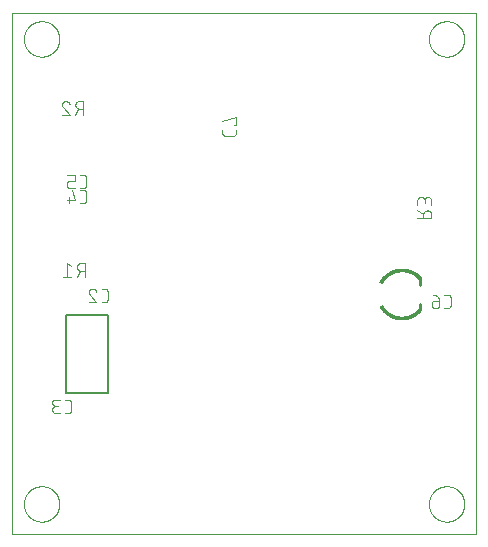
<source format=gbo>
G75*
%MOIN*%
%OFA0B0*%
%FSLAX25Y25*%
%IPPOS*%
%LPD*%
%AMOC8*
5,1,8,0,0,1.08239X$1,22.5*
%
%ADD10C,0.00000*%
%ADD11C,0.00400*%
%ADD12C,0.00100*%
%ADD13C,0.01000*%
%ADD14C,0.00800*%
D10*
X0001500Y0001500D02*
X0001500Y0175201D01*
X0156421Y0175201D01*
X0156421Y0001500D01*
X0001500Y0001500D01*
X0005595Y0011500D02*
X0005597Y0011653D01*
X0005603Y0011806D01*
X0005613Y0011959D01*
X0005627Y0012112D01*
X0005645Y0012264D01*
X0005667Y0012416D01*
X0005692Y0012567D01*
X0005722Y0012718D01*
X0005755Y0012867D01*
X0005793Y0013016D01*
X0005834Y0013164D01*
X0005879Y0013310D01*
X0005928Y0013455D01*
X0005981Y0013599D01*
X0006037Y0013742D01*
X0006097Y0013883D01*
X0006161Y0014023D01*
X0006228Y0014160D01*
X0006299Y0014296D01*
X0006373Y0014430D01*
X0006451Y0014562D01*
X0006532Y0014692D01*
X0006617Y0014820D01*
X0006705Y0014946D01*
X0006796Y0015069D01*
X0006890Y0015190D01*
X0006987Y0015309D01*
X0007088Y0015425D01*
X0007191Y0015538D01*
X0007298Y0015648D01*
X0007407Y0015756D01*
X0007518Y0015861D01*
X0007633Y0015963D01*
X0007750Y0016062D01*
X0007870Y0016157D01*
X0007992Y0016250D01*
X0008117Y0016340D01*
X0008243Y0016426D01*
X0008372Y0016509D01*
X0008503Y0016588D01*
X0008636Y0016664D01*
X0008771Y0016737D01*
X0008908Y0016806D01*
X0009047Y0016871D01*
X0009187Y0016933D01*
X0009329Y0016991D01*
X0009472Y0017046D01*
X0009617Y0017097D01*
X0009763Y0017144D01*
X0009910Y0017187D01*
X0010058Y0017226D01*
X0010207Y0017262D01*
X0010357Y0017293D01*
X0010508Y0017321D01*
X0010660Y0017345D01*
X0010812Y0017365D01*
X0010964Y0017381D01*
X0011117Y0017393D01*
X0011270Y0017401D01*
X0011423Y0017405D01*
X0011577Y0017405D01*
X0011730Y0017401D01*
X0011883Y0017393D01*
X0012036Y0017381D01*
X0012188Y0017365D01*
X0012340Y0017345D01*
X0012492Y0017321D01*
X0012643Y0017293D01*
X0012793Y0017262D01*
X0012942Y0017226D01*
X0013090Y0017187D01*
X0013237Y0017144D01*
X0013383Y0017097D01*
X0013528Y0017046D01*
X0013671Y0016991D01*
X0013813Y0016933D01*
X0013953Y0016871D01*
X0014092Y0016806D01*
X0014229Y0016737D01*
X0014364Y0016664D01*
X0014497Y0016588D01*
X0014628Y0016509D01*
X0014757Y0016426D01*
X0014883Y0016340D01*
X0015008Y0016250D01*
X0015130Y0016157D01*
X0015250Y0016062D01*
X0015367Y0015963D01*
X0015482Y0015861D01*
X0015593Y0015756D01*
X0015702Y0015648D01*
X0015809Y0015538D01*
X0015912Y0015425D01*
X0016013Y0015309D01*
X0016110Y0015190D01*
X0016204Y0015069D01*
X0016295Y0014946D01*
X0016383Y0014820D01*
X0016468Y0014692D01*
X0016549Y0014562D01*
X0016627Y0014430D01*
X0016701Y0014296D01*
X0016772Y0014160D01*
X0016839Y0014023D01*
X0016903Y0013883D01*
X0016963Y0013742D01*
X0017019Y0013599D01*
X0017072Y0013455D01*
X0017121Y0013310D01*
X0017166Y0013164D01*
X0017207Y0013016D01*
X0017245Y0012867D01*
X0017278Y0012718D01*
X0017308Y0012567D01*
X0017333Y0012416D01*
X0017355Y0012264D01*
X0017373Y0012112D01*
X0017387Y0011959D01*
X0017397Y0011806D01*
X0017403Y0011653D01*
X0017405Y0011500D01*
X0017403Y0011347D01*
X0017397Y0011194D01*
X0017387Y0011041D01*
X0017373Y0010888D01*
X0017355Y0010736D01*
X0017333Y0010584D01*
X0017308Y0010433D01*
X0017278Y0010282D01*
X0017245Y0010133D01*
X0017207Y0009984D01*
X0017166Y0009836D01*
X0017121Y0009690D01*
X0017072Y0009545D01*
X0017019Y0009401D01*
X0016963Y0009258D01*
X0016903Y0009117D01*
X0016839Y0008977D01*
X0016772Y0008840D01*
X0016701Y0008704D01*
X0016627Y0008570D01*
X0016549Y0008438D01*
X0016468Y0008308D01*
X0016383Y0008180D01*
X0016295Y0008054D01*
X0016204Y0007931D01*
X0016110Y0007810D01*
X0016013Y0007691D01*
X0015912Y0007575D01*
X0015809Y0007462D01*
X0015702Y0007352D01*
X0015593Y0007244D01*
X0015482Y0007139D01*
X0015367Y0007037D01*
X0015250Y0006938D01*
X0015130Y0006843D01*
X0015008Y0006750D01*
X0014883Y0006660D01*
X0014757Y0006574D01*
X0014628Y0006491D01*
X0014497Y0006412D01*
X0014364Y0006336D01*
X0014229Y0006263D01*
X0014092Y0006194D01*
X0013953Y0006129D01*
X0013813Y0006067D01*
X0013671Y0006009D01*
X0013528Y0005954D01*
X0013383Y0005903D01*
X0013237Y0005856D01*
X0013090Y0005813D01*
X0012942Y0005774D01*
X0012793Y0005738D01*
X0012643Y0005707D01*
X0012492Y0005679D01*
X0012340Y0005655D01*
X0012188Y0005635D01*
X0012036Y0005619D01*
X0011883Y0005607D01*
X0011730Y0005599D01*
X0011577Y0005595D01*
X0011423Y0005595D01*
X0011270Y0005599D01*
X0011117Y0005607D01*
X0010964Y0005619D01*
X0010812Y0005635D01*
X0010660Y0005655D01*
X0010508Y0005679D01*
X0010357Y0005707D01*
X0010207Y0005738D01*
X0010058Y0005774D01*
X0009910Y0005813D01*
X0009763Y0005856D01*
X0009617Y0005903D01*
X0009472Y0005954D01*
X0009329Y0006009D01*
X0009187Y0006067D01*
X0009047Y0006129D01*
X0008908Y0006194D01*
X0008771Y0006263D01*
X0008636Y0006336D01*
X0008503Y0006412D01*
X0008372Y0006491D01*
X0008243Y0006574D01*
X0008117Y0006660D01*
X0007992Y0006750D01*
X0007870Y0006843D01*
X0007750Y0006938D01*
X0007633Y0007037D01*
X0007518Y0007139D01*
X0007407Y0007244D01*
X0007298Y0007352D01*
X0007191Y0007462D01*
X0007088Y0007575D01*
X0006987Y0007691D01*
X0006890Y0007810D01*
X0006796Y0007931D01*
X0006705Y0008054D01*
X0006617Y0008180D01*
X0006532Y0008308D01*
X0006451Y0008438D01*
X0006373Y0008570D01*
X0006299Y0008704D01*
X0006228Y0008840D01*
X0006161Y0008977D01*
X0006097Y0009117D01*
X0006037Y0009258D01*
X0005981Y0009401D01*
X0005928Y0009545D01*
X0005879Y0009690D01*
X0005834Y0009836D01*
X0005793Y0009984D01*
X0005755Y0010133D01*
X0005722Y0010282D01*
X0005692Y0010433D01*
X0005667Y0010584D01*
X0005645Y0010736D01*
X0005627Y0010888D01*
X0005613Y0011041D01*
X0005603Y0011194D01*
X0005597Y0011347D01*
X0005595Y0011500D01*
X0005595Y0166500D02*
X0005597Y0166653D01*
X0005603Y0166806D01*
X0005613Y0166959D01*
X0005627Y0167112D01*
X0005645Y0167264D01*
X0005667Y0167416D01*
X0005692Y0167567D01*
X0005722Y0167718D01*
X0005755Y0167867D01*
X0005793Y0168016D01*
X0005834Y0168164D01*
X0005879Y0168310D01*
X0005928Y0168455D01*
X0005981Y0168599D01*
X0006037Y0168742D01*
X0006097Y0168883D01*
X0006161Y0169023D01*
X0006228Y0169160D01*
X0006299Y0169296D01*
X0006373Y0169430D01*
X0006451Y0169562D01*
X0006532Y0169692D01*
X0006617Y0169820D01*
X0006705Y0169946D01*
X0006796Y0170069D01*
X0006890Y0170190D01*
X0006987Y0170309D01*
X0007088Y0170425D01*
X0007191Y0170538D01*
X0007298Y0170648D01*
X0007407Y0170756D01*
X0007518Y0170861D01*
X0007633Y0170963D01*
X0007750Y0171062D01*
X0007870Y0171157D01*
X0007992Y0171250D01*
X0008117Y0171340D01*
X0008243Y0171426D01*
X0008372Y0171509D01*
X0008503Y0171588D01*
X0008636Y0171664D01*
X0008771Y0171737D01*
X0008908Y0171806D01*
X0009047Y0171871D01*
X0009187Y0171933D01*
X0009329Y0171991D01*
X0009472Y0172046D01*
X0009617Y0172097D01*
X0009763Y0172144D01*
X0009910Y0172187D01*
X0010058Y0172226D01*
X0010207Y0172262D01*
X0010357Y0172293D01*
X0010508Y0172321D01*
X0010660Y0172345D01*
X0010812Y0172365D01*
X0010964Y0172381D01*
X0011117Y0172393D01*
X0011270Y0172401D01*
X0011423Y0172405D01*
X0011577Y0172405D01*
X0011730Y0172401D01*
X0011883Y0172393D01*
X0012036Y0172381D01*
X0012188Y0172365D01*
X0012340Y0172345D01*
X0012492Y0172321D01*
X0012643Y0172293D01*
X0012793Y0172262D01*
X0012942Y0172226D01*
X0013090Y0172187D01*
X0013237Y0172144D01*
X0013383Y0172097D01*
X0013528Y0172046D01*
X0013671Y0171991D01*
X0013813Y0171933D01*
X0013953Y0171871D01*
X0014092Y0171806D01*
X0014229Y0171737D01*
X0014364Y0171664D01*
X0014497Y0171588D01*
X0014628Y0171509D01*
X0014757Y0171426D01*
X0014883Y0171340D01*
X0015008Y0171250D01*
X0015130Y0171157D01*
X0015250Y0171062D01*
X0015367Y0170963D01*
X0015482Y0170861D01*
X0015593Y0170756D01*
X0015702Y0170648D01*
X0015809Y0170538D01*
X0015912Y0170425D01*
X0016013Y0170309D01*
X0016110Y0170190D01*
X0016204Y0170069D01*
X0016295Y0169946D01*
X0016383Y0169820D01*
X0016468Y0169692D01*
X0016549Y0169562D01*
X0016627Y0169430D01*
X0016701Y0169296D01*
X0016772Y0169160D01*
X0016839Y0169023D01*
X0016903Y0168883D01*
X0016963Y0168742D01*
X0017019Y0168599D01*
X0017072Y0168455D01*
X0017121Y0168310D01*
X0017166Y0168164D01*
X0017207Y0168016D01*
X0017245Y0167867D01*
X0017278Y0167718D01*
X0017308Y0167567D01*
X0017333Y0167416D01*
X0017355Y0167264D01*
X0017373Y0167112D01*
X0017387Y0166959D01*
X0017397Y0166806D01*
X0017403Y0166653D01*
X0017405Y0166500D01*
X0017403Y0166347D01*
X0017397Y0166194D01*
X0017387Y0166041D01*
X0017373Y0165888D01*
X0017355Y0165736D01*
X0017333Y0165584D01*
X0017308Y0165433D01*
X0017278Y0165282D01*
X0017245Y0165133D01*
X0017207Y0164984D01*
X0017166Y0164836D01*
X0017121Y0164690D01*
X0017072Y0164545D01*
X0017019Y0164401D01*
X0016963Y0164258D01*
X0016903Y0164117D01*
X0016839Y0163977D01*
X0016772Y0163840D01*
X0016701Y0163704D01*
X0016627Y0163570D01*
X0016549Y0163438D01*
X0016468Y0163308D01*
X0016383Y0163180D01*
X0016295Y0163054D01*
X0016204Y0162931D01*
X0016110Y0162810D01*
X0016013Y0162691D01*
X0015912Y0162575D01*
X0015809Y0162462D01*
X0015702Y0162352D01*
X0015593Y0162244D01*
X0015482Y0162139D01*
X0015367Y0162037D01*
X0015250Y0161938D01*
X0015130Y0161843D01*
X0015008Y0161750D01*
X0014883Y0161660D01*
X0014757Y0161574D01*
X0014628Y0161491D01*
X0014497Y0161412D01*
X0014364Y0161336D01*
X0014229Y0161263D01*
X0014092Y0161194D01*
X0013953Y0161129D01*
X0013813Y0161067D01*
X0013671Y0161009D01*
X0013528Y0160954D01*
X0013383Y0160903D01*
X0013237Y0160856D01*
X0013090Y0160813D01*
X0012942Y0160774D01*
X0012793Y0160738D01*
X0012643Y0160707D01*
X0012492Y0160679D01*
X0012340Y0160655D01*
X0012188Y0160635D01*
X0012036Y0160619D01*
X0011883Y0160607D01*
X0011730Y0160599D01*
X0011577Y0160595D01*
X0011423Y0160595D01*
X0011270Y0160599D01*
X0011117Y0160607D01*
X0010964Y0160619D01*
X0010812Y0160635D01*
X0010660Y0160655D01*
X0010508Y0160679D01*
X0010357Y0160707D01*
X0010207Y0160738D01*
X0010058Y0160774D01*
X0009910Y0160813D01*
X0009763Y0160856D01*
X0009617Y0160903D01*
X0009472Y0160954D01*
X0009329Y0161009D01*
X0009187Y0161067D01*
X0009047Y0161129D01*
X0008908Y0161194D01*
X0008771Y0161263D01*
X0008636Y0161336D01*
X0008503Y0161412D01*
X0008372Y0161491D01*
X0008243Y0161574D01*
X0008117Y0161660D01*
X0007992Y0161750D01*
X0007870Y0161843D01*
X0007750Y0161938D01*
X0007633Y0162037D01*
X0007518Y0162139D01*
X0007407Y0162244D01*
X0007298Y0162352D01*
X0007191Y0162462D01*
X0007088Y0162575D01*
X0006987Y0162691D01*
X0006890Y0162810D01*
X0006796Y0162931D01*
X0006705Y0163054D01*
X0006617Y0163180D01*
X0006532Y0163308D01*
X0006451Y0163438D01*
X0006373Y0163570D01*
X0006299Y0163704D01*
X0006228Y0163840D01*
X0006161Y0163977D01*
X0006097Y0164117D01*
X0006037Y0164258D01*
X0005981Y0164401D01*
X0005928Y0164545D01*
X0005879Y0164690D01*
X0005834Y0164836D01*
X0005793Y0164984D01*
X0005755Y0165133D01*
X0005722Y0165282D01*
X0005692Y0165433D01*
X0005667Y0165584D01*
X0005645Y0165736D01*
X0005627Y0165888D01*
X0005613Y0166041D01*
X0005603Y0166194D01*
X0005597Y0166347D01*
X0005595Y0166500D01*
X0140595Y0166500D02*
X0140597Y0166653D01*
X0140603Y0166806D01*
X0140613Y0166959D01*
X0140627Y0167112D01*
X0140645Y0167264D01*
X0140667Y0167416D01*
X0140692Y0167567D01*
X0140722Y0167718D01*
X0140755Y0167867D01*
X0140793Y0168016D01*
X0140834Y0168164D01*
X0140879Y0168310D01*
X0140928Y0168455D01*
X0140981Y0168599D01*
X0141037Y0168742D01*
X0141097Y0168883D01*
X0141161Y0169023D01*
X0141228Y0169160D01*
X0141299Y0169296D01*
X0141373Y0169430D01*
X0141451Y0169562D01*
X0141532Y0169692D01*
X0141617Y0169820D01*
X0141705Y0169946D01*
X0141796Y0170069D01*
X0141890Y0170190D01*
X0141987Y0170309D01*
X0142088Y0170425D01*
X0142191Y0170538D01*
X0142298Y0170648D01*
X0142407Y0170756D01*
X0142518Y0170861D01*
X0142633Y0170963D01*
X0142750Y0171062D01*
X0142870Y0171157D01*
X0142992Y0171250D01*
X0143117Y0171340D01*
X0143243Y0171426D01*
X0143372Y0171509D01*
X0143503Y0171588D01*
X0143636Y0171664D01*
X0143771Y0171737D01*
X0143908Y0171806D01*
X0144047Y0171871D01*
X0144187Y0171933D01*
X0144329Y0171991D01*
X0144472Y0172046D01*
X0144617Y0172097D01*
X0144763Y0172144D01*
X0144910Y0172187D01*
X0145058Y0172226D01*
X0145207Y0172262D01*
X0145357Y0172293D01*
X0145508Y0172321D01*
X0145660Y0172345D01*
X0145812Y0172365D01*
X0145964Y0172381D01*
X0146117Y0172393D01*
X0146270Y0172401D01*
X0146423Y0172405D01*
X0146577Y0172405D01*
X0146730Y0172401D01*
X0146883Y0172393D01*
X0147036Y0172381D01*
X0147188Y0172365D01*
X0147340Y0172345D01*
X0147492Y0172321D01*
X0147643Y0172293D01*
X0147793Y0172262D01*
X0147942Y0172226D01*
X0148090Y0172187D01*
X0148237Y0172144D01*
X0148383Y0172097D01*
X0148528Y0172046D01*
X0148671Y0171991D01*
X0148813Y0171933D01*
X0148953Y0171871D01*
X0149092Y0171806D01*
X0149229Y0171737D01*
X0149364Y0171664D01*
X0149497Y0171588D01*
X0149628Y0171509D01*
X0149757Y0171426D01*
X0149883Y0171340D01*
X0150008Y0171250D01*
X0150130Y0171157D01*
X0150250Y0171062D01*
X0150367Y0170963D01*
X0150482Y0170861D01*
X0150593Y0170756D01*
X0150702Y0170648D01*
X0150809Y0170538D01*
X0150912Y0170425D01*
X0151013Y0170309D01*
X0151110Y0170190D01*
X0151204Y0170069D01*
X0151295Y0169946D01*
X0151383Y0169820D01*
X0151468Y0169692D01*
X0151549Y0169562D01*
X0151627Y0169430D01*
X0151701Y0169296D01*
X0151772Y0169160D01*
X0151839Y0169023D01*
X0151903Y0168883D01*
X0151963Y0168742D01*
X0152019Y0168599D01*
X0152072Y0168455D01*
X0152121Y0168310D01*
X0152166Y0168164D01*
X0152207Y0168016D01*
X0152245Y0167867D01*
X0152278Y0167718D01*
X0152308Y0167567D01*
X0152333Y0167416D01*
X0152355Y0167264D01*
X0152373Y0167112D01*
X0152387Y0166959D01*
X0152397Y0166806D01*
X0152403Y0166653D01*
X0152405Y0166500D01*
X0152403Y0166347D01*
X0152397Y0166194D01*
X0152387Y0166041D01*
X0152373Y0165888D01*
X0152355Y0165736D01*
X0152333Y0165584D01*
X0152308Y0165433D01*
X0152278Y0165282D01*
X0152245Y0165133D01*
X0152207Y0164984D01*
X0152166Y0164836D01*
X0152121Y0164690D01*
X0152072Y0164545D01*
X0152019Y0164401D01*
X0151963Y0164258D01*
X0151903Y0164117D01*
X0151839Y0163977D01*
X0151772Y0163840D01*
X0151701Y0163704D01*
X0151627Y0163570D01*
X0151549Y0163438D01*
X0151468Y0163308D01*
X0151383Y0163180D01*
X0151295Y0163054D01*
X0151204Y0162931D01*
X0151110Y0162810D01*
X0151013Y0162691D01*
X0150912Y0162575D01*
X0150809Y0162462D01*
X0150702Y0162352D01*
X0150593Y0162244D01*
X0150482Y0162139D01*
X0150367Y0162037D01*
X0150250Y0161938D01*
X0150130Y0161843D01*
X0150008Y0161750D01*
X0149883Y0161660D01*
X0149757Y0161574D01*
X0149628Y0161491D01*
X0149497Y0161412D01*
X0149364Y0161336D01*
X0149229Y0161263D01*
X0149092Y0161194D01*
X0148953Y0161129D01*
X0148813Y0161067D01*
X0148671Y0161009D01*
X0148528Y0160954D01*
X0148383Y0160903D01*
X0148237Y0160856D01*
X0148090Y0160813D01*
X0147942Y0160774D01*
X0147793Y0160738D01*
X0147643Y0160707D01*
X0147492Y0160679D01*
X0147340Y0160655D01*
X0147188Y0160635D01*
X0147036Y0160619D01*
X0146883Y0160607D01*
X0146730Y0160599D01*
X0146577Y0160595D01*
X0146423Y0160595D01*
X0146270Y0160599D01*
X0146117Y0160607D01*
X0145964Y0160619D01*
X0145812Y0160635D01*
X0145660Y0160655D01*
X0145508Y0160679D01*
X0145357Y0160707D01*
X0145207Y0160738D01*
X0145058Y0160774D01*
X0144910Y0160813D01*
X0144763Y0160856D01*
X0144617Y0160903D01*
X0144472Y0160954D01*
X0144329Y0161009D01*
X0144187Y0161067D01*
X0144047Y0161129D01*
X0143908Y0161194D01*
X0143771Y0161263D01*
X0143636Y0161336D01*
X0143503Y0161412D01*
X0143372Y0161491D01*
X0143243Y0161574D01*
X0143117Y0161660D01*
X0142992Y0161750D01*
X0142870Y0161843D01*
X0142750Y0161938D01*
X0142633Y0162037D01*
X0142518Y0162139D01*
X0142407Y0162244D01*
X0142298Y0162352D01*
X0142191Y0162462D01*
X0142088Y0162575D01*
X0141987Y0162691D01*
X0141890Y0162810D01*
X0141796Y0162931D01*
X0141705Y0163054D01*
X0141617Y0163180D01*
X0141532Y0163308D01*
X0141451Y0163438D01*
X0141373Y0163570D01*
X0141299Y0163704D01*
X0141228Y0163840D01*
X0141161Y0163977D01*
X0141097Y0164117D01*
X0141037Y0164258D01*
X0140981Y0164401D01*
X0140928Y0164545D01*
X0140879Y0164690D01*
X0140834Y0164836D01*
X0140793Y0164984D01*
X0140755Y0165133D01*
X0140722Y0165282D01*
X0140692Y0165433D01*
X0140667Y0165584D01*
X0140645Y0165736D01*
X0140627Y0165888D01*
X0140613Y0166041D01*
X0140603Y0166194D01*
X0140597Y0166347D01*
X0140595Y0166500D01*
X0140595Y0011500D02*
X0140597Y0011653D01*
X0140603Y0011806D01*
X0140613Y0011959D01*
X0140627Y0012112D01*
X0140645Y0012264D01*
X0140667Y0012416D01*
X0140692Y0012567D01*
X0140722Y0012718D01*
X0140755Y0012867D01*
X0140793Y0013016D01*
X0140834Y0013164D01*
X0140879Y0013310D01*
X0140928Y0013455D01*
X0140981Y0013599D01*
X0141037Y0013742D01*
X0141097Y0013883D01*
X0141161Y0014023D01*
X0141228Y0014160D01*
X0141299Y0014296D01*
X0141373Y0014430D01*
X0141451Y0014562D01*
X0141532Y0014692D01*
X0141617Y0014820D01*
X0141705Y0014946D01*
X0141796Y0015069D01*
X0141890Y0015190D01*
X0141987Y0015309D01*
X0142088Y0015425D01*
X0142191Y0015538D01*
X0142298Y0015648D01*
X0142407Y0015756D01*
X0142518Y0015861D01*
X0142633Y0015963D01*
X0142750Y0016062D01*
X0142870Y0016157D01*
X0142992Y0016250D01*
X0143117Y0016340D01*
X0143243Y0016426D01*
X0143372Y0016509D01*
X0143503Y0016588D01*
X0143636Y0016664D01*
X0143771Y0016737D01*
X0143908Y0016806D01*
X0144047Y0016871D01*
X0144187Y0016933D01*
X0144329Y0016991D01*
X0144472Y0017046D01*
X0144617Y0017097D01*
X0144763Y0017144D01*
X0144910Y0017187D01*
X0145058Y0017226D01*
X0145207Y0017262D01*
X0145357Y0017293D01*
X0145508Y0017321D01*
X0145660Y0017345D01*
X0145812Y0017365D01*
X0145964Y0017381D01*
X0146117Y0017393D01*
X0146270Y0017401D01*
X0146423Y0017405D01*
X0146577Y0017405D01*
X0146730Y0017401D01*
X0146883Y0017393D01*
X0147036Y0017381D01*
X0147188Y0017365D01*
X0147340Y0017345D01*
X0147492Y0017321D01*
X0147643Y0017293D01*
X0147793Y0017262D01*
X0147942Y0017226D01*
X0148090Y0017187D01*
X0148237Y0017144D01*
X0148383Y0017097D01*
X0148528Y0017046D01*
X0148671Y0016991D01*
X0148813Y0016933D01*
X0148953Y0016871D01*
X0149092Y0016806D01*
X0149229Y0016737D01*
X0149364Y0016664D01*
X0149497Y0016588D01*
X0149628Y0016509D01*
X0149757Y0016426D01*
X0149883Y0016340D01*
X0150008Y0016250D01*
X0150130Y0016157D01*
X0150250Y0016062D01*
X0150367Y0015963D01*
X0150482Y0015861D01*
X0150593Y0015756D01*
X0150702Y0015648D01*
X0150809Y0015538D01*
X0150912Y0015425D01*
X0151013Y0015309D01*
X0151110Y0015190D01*
X0151204Y0015069D01*
X0151295Y0014946D01*
X0151383Y0014820D01*
X0151468Y0014692D01*
X0151549Y0014562D01*
X0151627Y0014430D01*
X0151701Y0014296D01*
X0151772Y0014160D01*
X0151839Y0014023D01*
X0151903Y0013883D01*
X0151963Y0013742D01*
X0152019Y0013599D01*
X0152072Y0013455D01*
X0152121Y0013310D01*
X0152166Y0013164D01*
X0152207Y0013016D01*
X0152245Y0012867D01*
X0152278Y0012718D01*
X0152308Y0012567D01*
X0152333Y0012416D01*
X0152355Y0012264D01*
X0152373Y0012112D01*
X0152387Y0011959D01*
X0152397Y0011806D01*
X0152403Y0011653D01*
X0152405Y0011500D01*
X0152403Y0011347D01*
X0152397Y0011194D01*
X0152387Y0011041D01*
X0152373Y0010888D01*
X0152355Y0010736D01*
X0152333Y0010584D01*
X0152308Y0010433D01*
X0152278Y0010282D01*
X0152245Y0010133D01*
X0152207Y0009984D01*
X0152166Y0009836D01*
X0152121Y0009690D01*
X0152072Y0009545D01*
X0152019Y0009401D01*
X0151963Y0009258D01*
X0151903Y0009117D01*
X0151839Y0008977D01*
X0151772Y0008840D01*
X0151701Y0008704D01*
X0151627Y0008570D01*
X0151549Y0008438D01*
X0151468Y0008308D01*
X0151383Y0008180D01*
X0151295Y0008054D01*
X0151204Y0007931D01*
X0151110Y0007810D01*
X0151013Y0007691D01*
X0150912Y0007575D01*
X0150809Y0007462D01*
X0150702Y0007352D01*
X0150593Y0007244D01*
X0150482Y0007139D01*
X0150367Y0007037D01*
X0150250Y0006938D01*
X0150130Y0006843D01*
X0150008Y0006750D01*
X0149883Y0006660D01*
X0149757Y0006574D01*
X0149628Y0006491D01*
X0149497Y0006412D01*
X0149364Y0006336D01*
X0149229Y0006263D01*
X0149092Y0006194D01*
X0148953Y0006129D01*
X0148813Y0006067D01*
X0148671Y0006009D01*
X0148528Y0005954D01*
X0148383Y0005903D01*
X0148237Y0005856D01*
X0148090Y0005813D01*
X0147942Y0005774D01*
X0147793Y0005738D01*
X0147643Y0005707D01*
X0147492Y0005679D01*
X0147340Y0005655D01*
X0147188Y0005635D01*
X0147036Y0005619D01*
X0146883Y0005607D01*
X0146730Y0005599D01*
X0146577Y0005595D01*
X0146423Y0005595D01*
X0146270Y0005599D01*
X0146117Y0005607D01*
X0145964Y0005619D01*
X0145812Y0005635D01*
X0145660Y0005655D01*
X0145508Y0005679D01*
X0145357Y0005707D01*
X0145207Y0005738D01*
X0145058Y0005774D01*
X0144910Y0005813D01*
X0144763Y0005856D01*
X0144617Y0005903D01*
X0144472Y0005954D01*
X0144329Y0006009D01*
X0144187Y0006067D01*
X0144047Y0006129D01*
X0143908Y0006194D01*
X0143771Y0006263D01*
X0143636Y0006336D01*
X0143503Y0006412D01*
X0143372Y0006491D01*
X0143243Y0006574D01*
X0143117Y0006660D01*
X0142992Y0006750D01*
X0142870Y0006843D01*
X0142750Y0006938D01*
X0142633Y0007037D01*
X0142518Y0007139D01*
X0142407Y0007244D01*
X0142298Y0007352D01*
X0142191Y0007462D01*
X0142088Y0007575D01*
X0141987Y0007691D01*
X0141890Y0007810D01*
X0141796Y0007931D01*
X0141705Y0008054D01*
X0141617Y0008180D01*
X0141532Y0008308D01*
X0141451Y0008438D01*
X0141373Y0008570D01*
X0141299Y0008704D01*
X0141228Y0008840D01*
X0141161Y0008977D01*
X0141097Y0009117D01*
X0141037Y0009258D01*
X0140981Y0009401D01*
X0140928Y0009545D01*
X0140879Y0009690D01*
X0140834Y0009836D01*
X0140793Y0009984D01*
X0140755Y0010133D01*
X0140722Y0010282D01*
X0140692Y0010433D01*
X0140667Y0010584D01*
X0140645Y0010736D01*
X0140627Y0010888D01*
X0140613Y0011041D01*
X0140603Y0011194D01*
X0140597Y0011347D01*
X0140595Y0011500D01*
D11*
X0145756Y0076700D02*
X0146778Y0076700D01*
X0146840Y0076702D01*
X0146901Y0076707D01*
X0146962Y0076717D01*
X0147023Y0076730D01*
X0147082Y0076746D01*
X0147140Y0076766D01*
X0147197Y0076790D01*
X0147253Y0076817D01*
X0147307Y0076847D01*
X0147359Y0076881D01*
X0147408Y0076917D01*
X0147456Y0076957D01*
X0147501Y0076999D01*
X0147543Y0077044D01*
X0147583Y0077092D01*
X0147619Y0077141D01*
X0147653Y0077193D01*
X0147683Y0077247D01*
X0147710Y0077303D01*
X0147734Y0077360D01*
X0147754Y0077418D01*
X0147770Y0077477D01*
X0147783Y0077538D01*
X0147793Y0077599D01*
X0147798Y0077660D01*
X0147800Y0077722D01*
X0147800Y0080278D01*
X0147798Y0080340D01*
X0147793Y0080401D01*
X0147783Y0080462D01*
X0147770Y0080523D01*
X0147754Y0080582D01*
X0147734Y0080640D01*
X0147710Y0080697D01*
X0147683Y0080753D01*
X0147653Y0080807D01*
X0147619Y0080859D01*
X0147583Y0080908D01*
X0147543Y0080956D01*
X0147501Y0081001D01*
X0147456Y0081043D01*
X0147408Y0081083D01*
X0147359Y0081119D01*
X0147307Y0081153D01*
X0147253Y0081183D01*
X0147197Y0081210D01*
X0147140Y0081234D01*
X0147082Y0081254D01*
X0147023Y0081270D01*
X0146962Y0081283D01*
X0146901Y0081293D01*
X0146840Y0081298D01*
X0146778Y0081300D01*
X0145756Y0081300D01*
X0144037Y0079256D02*
X0142504Y0079256D01*
X0144036Y0079256D02*
X0144034Y0079345D01*
X0144028Y0079434D01*
X0144019Y0079523D01*
X0144005Y0079611D01*
X0143988Y0079698D01*
X0143966Y0079785D01*
X0143941Y0079871D01*
X0143913Y0079955D01*
X0143880Y0080038D01*
X0143844Y0080120D01*
X0143805Y0080200D01*
X0143762Y0080278D01*
X0143716Y0080354D01*
X0143666Y0080428D01*
X0143614Y0080500D01*
X0143558Y0080570D01*
X0143499Y0080637D01*
X0143437Y0080701D01*
X0143373Y0080763D01*
X0143306Y0080822D01*
X0143236Y0080878D01*
X0143164Y0080930D01*
X0143090Y0080980D01*
X0143014Y0081026D01*
X0142936Y0081069D01*
X0142856Y0081108D01*
X0142774Y0081144D01*
X0142691Y0081177D01*
X0142607Y0081205D01*
X0142521Y0081230D01*
X0142434Y0081252D01*
X0142347Y0081269D01*
X0142259Y0081283D01*
X0142170Y0081292D01*
X0142081Y0081298D01*
X0141992Y0081300D01*
X0144037Y0079256D02*
X0144037Y0077978D01*
X0144035Y0077908D01*
X0144029Y0077837D01*
X0144020Y0077768D01*
X0144006Y0077699D01*
X0143989Y0077630D01*
X0143968Y0077563D01*
X0143943Y0077497D01*
X0143915Y0077433D01*
X0143883Y0077370D01*
X0143848Y0077309D01*
X0143809Y0077250D01*
X0143768Y0077193D01*
X0143723Y0077139D01*
X0143675Y0077087D01*
X0143625Y0077038D01*
X0143571Y0076991D01*
X0143516Y0076948D01*
X0143458Y0076908D01*
X0143398Y0076871D01*
X0143336Y0076838D01*
X0143272Y0076808D01*
X0143207Y0076781D01*
X0143141Y0076758D01*
X0143073Y0076739D01*
X0143004Y0076724D01*
X0142935Y0076712D01*
X0142865Y0076704D01*
X0142794Y0076700D01*
X0142724Y0076700D01*
X0142653Y0076704D01*
X0142583Y0076712D01*
X0142514Y0076724D01*
X0142445Y0076739D01*
X0142377Y0076758D01*
X0142311Y0076781D01*
X0142246Y0076808D01*
X0142182Y0076838D01*
X0142120Y0076871D01*
X0142060Y0076908D01*
X0142002Y0076948D01*
X0141947Y0076991D01*
X0141893Y0077038D01*
X0141843Y0077087D01*
X0141795Y0077139D01*
X0141750Y0077193D01*
X0141709Y0077250D01*
X0141670Y0077309D01*
X0141635Y0077370D01*
X0141603Y0077433D01*
X0141575Y0077497D01*
X0141550Y0077563D01*
X0141529Y0077630D01*
X0141512Y0077699D01*
X0141498Y0077768D01*
X0141489Y0077837D01*
X0141483Y0077908D01*
X0141481Y0077978D01*
X0141481Y0078233D01*
X0141482Y0078233D02*
X0141484Y0078295D01*
X0141489Y0078356D01*
X0141499Y0078417D01*
X0141512Y0078478D01*
X0141528Y0078537D01*
X0141548Y0078595D01*
X0141572Y0078652D01*
X0141599Y0078708D01*
X0141629Y0078762D01*
X0141663Y0078814D01*
X0141699Y0078863D01*
X0141739Y0078911D01*
X0141781Y0078956D01*
X0141826Y0078998D01*
X0141874Y0079038D01*
X0141923Y0079074D01*
X0141975Y0079108D01*
X0142029Y0079138D01*
X0142085Y0079165D01*
X0142142Y0079189D01*
X0142200Y0079209D01*
X0142259Y0079225D01*
X0142320Y0079238D01*
X0142381Y0079248D01*
X0142442Y0079253D01*
X0142504Y0079255D01*
X0141300Y0106773D02*
X0136700Y0106773D01*
X0138744Y0106773D02*
X0138744Y0108051D01*
X0138744Y0108307D02*
X0136700Y0109329D01*
X0136700Y0111244D02*
X0136700Y0112522D01*
X0136702Y0112592D01*
X0136708Y0112663D01*
X0136717Y0112732D01*
X0136731Y0112801D01*
X0136748Y0112870D01*
X0136769Y0112937D01*
X0136794Y0113003D01*
X0136822Y0113067D01*
X0136854Y0113130D01*
X0136889Y0113191D01*
X0136928Y0113250D01*
X0136969Y0113307D01*
X0137014Y0113361D01*
X0137062Y0113413D01*
X0137112Y0113462D01*
X0137166Y0113509D01*
X0137221Y0113552D01*
X0137279Y0113592D01*
X0137339Y0113629D01*
X0137401Y0113662D01*
X0137465Y0113692D01*
X0137530Y0113719D01*
X0137596Y0113742D01*
X0137664Y0113761D01*
X0137733Y0113776D01*
X0137802Y0113788D01*
X0137872Y0113796D01*
X0137943Y0113800D01*
X0138013Y0113800D01*
X0138084Y0113796D01*
X0138154Y0113788D01*
X0138223Y0113776D01*
X0138292Y0113761D01*
X0138360Y0113742D01*
X0138426Y0113719D01*
X0138491Y0113692D01*
X0138555Y0113662D01*
X0138617Y0113629D01*
X0138677Y0113592D01*
X0138735Y0113552D01*
X0138790Y0113509D01*
X0138844Y0113462D01*
X0138894Y0113413D01*
X0138942Y0113361D01*
X0138987Y0113307D01*
X0139028Y0113250D01*
X0139067Y0113191D01*
X0139102Y0113130D01*
X0139134Y0113067D01*
X0139162Y0113003D01*
X0139187Y0112937D01*
X0139208Y0112870D01*
X0139225Y0112801D01*
X0139239Y0112732D01*
X0139248Y0112663D01*
X0139254Y0112592D01*
X0139256Y0112522D01*
X0139256Y0112778D02*
X0139256Y0111756D01*
X0139256Y0112778D02*
X0139258Y0112841D01*
X0139264Y0112904D01*
X0139273Y0112966D01*
X0139287Y0113027D01*
X0139304Y0113088D01*
X0139325Y0113147D01*
X0139350Y0113205D01*
X0139378Y0113262D01*
X0139409Y0113316D01*
X0139444Y0113368D01*
X0139482Y0113419D01*
X0139523Y0113467D01*
X0139567Y0113512D01*
X0139613Y0113554D01*
X0139662Y0113594D01*
X0139713Y0113630D01*
X0139767Y0113663D01*
X0139822Y0113693D01*
X0139880Y0113719D01*
X0139938Y0113742D01*
X0139998Y0113761D01*
X0140059Y0113776D01*
X0140121Y0113788D01*
X0140184Y0113796D01*
X0140247Y0113800D01*
X0140309Y0113800D01*
X0140372Y0113796D01*
X0140435Y0113788D01*
X0140497Y0113776D01*
X0140558Y0113761D01*
X0140618Y0113742D01*
X0140676Y0113719D01*
X0140734Y0113693D01*
X0140789Y0113663D01*
X0140843Y0113630D01*
X0140894Y0113594D01*
X0140943Y0113554D01*
X0140989Y0113512D01*
X0141033Y0113467D01*
X0141074Y0113419D01*
X0141112Y0113368D01*
X0141147Y0113316D01*
X0141178Y0113262D01*
X0141206Y0113205D01*
X0141231Y0113147D01*
X0141252Y0113088D01*
X0141269Y0113027D01*
X0141283Y0112966D01*
X0141292Y0112904D01*
X0141298Y0112841D01*
X0141300Y0112778D01*
X0141300Y0111244D01*
X0141300Y0108051D02*
X0141300Y0106773D01*
X0141300Y0108051D02*
X0141298Y0108121D01*
X0141292Y0108192D01*
X0141283Y0108261D01*
X0141269Y0108330D01*
X0141252Y0108399D01*
X0141231Y0108466D01*
X0141206Y0108532D01*
X0141178Y0108596D01*
X0141146Y0108659D01*
X0141111Y0108720D01*
X0141072Y0108779D01*
X0141031Y0108836D01*
X0140986Y0108890D01*
X0140938Y0108942D01*
X0140888Y0108991D01*
X0140834Y0109038D01*
X0140779Y0109081D01*
X0140721Y0109121D01*
X0140661Y0109158D01*
X0140599Y0109191D01*
X0140535Y0109221D01*
X0140470Y0109248D01*
X0140404Y0109271D01*
X0140336Y0109290D01*
X0140267Y0109305D01*
X0140198Y0109317D01*
X0140128Y0109325D01*
X0140057Y0109329D01*
X0139987Y0109329D01*
X0139916Y0109325D01*
X0139846Y0109317D01*
X0139777Y0109305D01*
X0139708Y0109290D01*
X0139640Y0109271D01*
X0139574Y0109248D01*
X0139509Y0109221D01*
X0139445Y0109191D01*
X0139383Y0109158D01*
X0139323Y0109121D01*
X0139265Y0109081D01*
X0139210Y0109038D01*
X0139156Y0108991D01*
X0139106Y0108942D01*
X0139058Y0108890D01*
X0139013Y0108836D01*
X0138972Y0108779D01*
X0138933Y0108720D01*
X0138898Y0108659D01*
X0138866Y0108596D01*
X0138838Y0108532D01*
X0138813Y0108466D01*
X0138792Y0108399D01*
X0138775Y0108330D01*
X0138761Y0108261D01*
X0138752Y0108192D01*
X0138746Y0108121D01*
X0138744Y0108051D01*
X0076300Y0135222D02*
X0076300Y0136244D01*
X0076300Y0135222D02*
X0076298Y0135160D01*
X0076293Y0135099D01*
X0076283Y0135038D01*
X0076270Y0134977D01*
X0076254Y0134918D01*
X0076234Y0134860D01*
X0076210Y0134803D01*
X0076183Y0134747D01*
X0076153Y0134693D01*
X0076119Y0134641D01*
X0076082Y0134592D01*
X0076043Y0134544D01*
X0076001Y0134499D01*
X0075956Y0134457D01*
X0075908Y0134417D01*
X0075859Y0134381D01*
X0075807Y0134347D01*
X0075753Y0134317D01*
X0075697Y0134290D01*
X0075640Y0134266D01*
X0075582Y0134246D01*
X0075523Y0134230D01*
X0075462Y0134217D01*
X0075401Y0134207D01*
X0075340Y0134202D01*
X0075278Y0134200D01*
X0072722Y0134200D01*
X0072660Y0134202D01*
X0072599Y0134207D01*
X0072538Y0134217D01*
X0072477Y0134230D01*
X0072418Y0134246D01*
X0072360Y0134266D01*
X0072303Y0134290D01*
X0072247Y0134317D01*
X0072193Y0134347D01*
X0072141Y0134381D01*
X0072092Y0134417D01*
X0072044Y0134457D01*
X0071999Y0134499D01*
X0071957Y0134544D01*
X0071917Y0134592D01*
X0071881Y0134641D01*
X0071847Y0134693D01*
X0071817Y0134747D01*
X0071790Y0134803D01*
X0071766Y0134860D01*
X0071746Y0134918D01*
X0071730Y0134977D01*
X0071717Y0135038D01*
X0071707Y0135099D01*
X0071702Y0135160D01*
X0071700Y0135222D01*
X0071700Y0136244D01*
X0071700Y0139241D02*
X0076300Y0140519D01*
X0076300Y0137963D01*
X0075789Y0137963D01*
X0025300Y0141200D02*
X0025300Y0145800D01*
X0024022Y0145800D01*
X0023952Y0145798D01*
X0023881Y0145792D01*
X0023812Y0145783D01*
X0023743Y0145769D01*
X0023674Y0145752D01*
X0023607Y0145731D01*
X0023541Y0145706D01*
X0023477Y0145678D01*
X0023414Y0145646D01*
X0023353Y0145611D01*
X0023294Y0145572D01*
X0023237Y0145531D01*
X0023183Y0145486D01*
X0023131Y0145438D01*
X0023082Y0145388D01*
X0023035Y0145334D01*
X0022992Y0145279D01*
X0022952Y0145221D01*
X0022915Y0145161D01*
X0022882Y0145099D01*
X0022852Y0145035D01*
X0022825Y0144970D01*
X0022802Y0144904D01*
X0022783Y0144836D01*
X0022768Y0144767D01*
X0022756Y0144698D01*
X0022748Y0144628D01*
X0022744Y0144557D01*
X0022744Y0144487D01*
X0022748Y0144416D01*
X0022756Y0144346D01*
X0022768Y0144277D01*
X0022783Y0144208D01*
X0022802Y0144140D01*
X0022825Y0144074D01*
X0022852Y0144009D01*
X0022882Y0143945D01*
X0022915Y0143883D01*
X0022952Y0143823D01*
X0022992Y0143765D01*
X0023035Y0143710D01*
X0023082Y0143656D01*
X0023131Y0143606D01*
X0023183Y0143558D01*
X0023237Y0143513D01*
X0023294Y0143472D01*
X0023353Y0143433D01*
X0023414Y0143398D01*
X0023477Y0143366D01*
X0023541Y0143338D01*
X0023607Y0143313D01*
X0023674Y0143292D01*
X0023743Y0143275D01*
X0023812Y0143261D01*
X0023881Y0143252D01*
X0023952Y0143246D01*
X0024022Y0143244D01*
X0025300Y0143244D01*
X0023767Y0143244D02*
X0022744Y0141200D01*
X0020829Y0141200D02*
X0018273Y0141200D01*
X0020829Y0141200D02*
X0018657Y0143756D01*
X0019423Y0145800D02*
X0019497Y0145798D01*
X0019571Y0145793D01*
X0019645Y0145783D01*
X0019718Y0145770D01*
X0019791Y0145754D01*
X0019862Y0145733D01*
X0019932Y0145709D01*
X0020001Y0145682D01*
X0020069Y0145651D01*
X0020135Y0145617D01*
X0020199Y0145580D01*
X0020261Y0145539D01*
X0020322Y0145495D01*
X0020379Y0145449D01*
X0020435Y0145399D01*
X0020488Y0145347D01*
X0020538Y0145292D01*
X0020585Y0145235D01*
X0020629Y0145175D01*
X0020671Y0145113D01*
X0020709Y0145050D01*
X0020744Y0144984D01*
X0020775Y0144917D01*
X0020803Y0144848D01*
X0020828Y0144778D01*
X0018657Y0143756D02*
X0018610Y0143803D01*
X0018566Y0143853D01*
X0018524Y0143905D01*
X0018485Y0143959D01*
X0018450Y0144015D01*
X0018417Y0144073D01*
X0018387Y0144133D01*
X0018361Y0144194D01*
X0018338Y0144257D01*
X0018319Y0144321D01*
X0018303Y0144385D01*
X0018290Y0144451D01*
X0018281Y0144517D01*
X0018276Y0144583D01*
X0018274Y0144650D01*
X0018273Y0144650D02*
X0018275Y0144717D01*
X0018281Y0144784D01*
X0018290Y0144850D01*
X0018304Y0144915D01*
X0018321Y0144980D01*
X0018342Y0145043D01*
X0018367Y0145105D01*
X0018395Y0145166D01*
X0018427Y0145225D01*
X0018462Y0145282D01*
X0018501Y0145337D01*
X0018542Y0145389D01*
X0018587Y0145439D01*
X0018634Y0145486D01*
X0018684Y0145531D01*
X0018736Y0145572D01*
X0018791Y0145611D01*
X0018848Y0145646D01*
X0018907Y0145678D01*
X0018968Y0145706D01*
X0019030Y0145731D01*
X0019093Y0145752D01*
X0019158Y0145769D01*
X0019223Y0145783D01*
X0019289Y0145792D01*
X0019356Y0145798D01*
X0019423Y0145800D01*
X0019981Y0121300D02*
X0022537Y0121300D01*
X0022537Y0119256D01*
X0021004Y0119256D01*
X0021004Y0119255D02*
X0020942Y0119253D01*
X0020881Y0119248D01*
X0020820Y0119238D01*
X0020759Y0119225D01*
X0020700Y0119209D01*
X0020642Y0119189D01*
X0020585Y0119165D01*
X0020529Y0119138D01*
X0020475Y0119108D01*
X0020423Y0119074D01*
X0020374Y0119038D01*
X0020326Y0118998D01*
X0020281Y0118956D01*
X0020239Y0118911D01*
X0020199Y0118863D01*
X0020163Y0118814D01*
X0020129Y0118762D01*
X0020099Y0118708D01*
X0020072Y0118652D01*
X0020048Y0118595D01*
X0020028Y0118537D01*
X0020012Y0118478D01*
X0019999Y0118417D01*
X0019989Y0118356D01*
X0019984Y0118295D01*
X0019982Y0118233D01*
X0019981Y0118233D02*
X0019981Y0117722D01*
X0019982Y0117722D02*
X0019984Y0117660D01*
X0019989Y0117599D01*
X0019999Y0117538D01*
X0020012Y0117477D01*
X0020028Y0117418D01*
X0020048Y0117360D01*
X0020072Y0117303D01*
X0020099Y0117247D01*
X0020129Y0117193D01*
X0020163Y0117141D01*
X0020199Y0117092D01*
X0020239Y0117044D01*
X0020281Y0116999D01*
X0020326Y0116957D01*
X0020374Y0116917D01*
X0020423Y0116881D01*
X0020475Y0116847D01*
X0020529Y0116817D01*
X0020585Y0116790D01*
X0020642Y0116766D01*
X0020700Y0116746D01*
X0020759Y0116730D01*
X0020820Y0116717D01*
X0020881Y0116707D01*
X0020942Y0116702D01*
X0021004Y0116700D01*
X0022537Y0116700D01*
X0021515Y0116300D02*
X0022537Y0112722D01*
X0019981Y0112722D01*
X0020748Y0113744D02*
X0020748Y0111700D01*
X0024256Y0111700D02*
X0025278Y0111700D01*
X0025340Y0111702D01*
X0025401Y0111707D01*
X0025462Y0111717D01*
X0025523Y0111730D01*
X0025582Y0111746D01*
X0025640Y0111766D01*
X0025697Y0111790D01*
X0025753Y0111817D01*
X0025807Y0111847D01*
X0025859Y0111881D01*
X0025908Y0111917D01*
X0025956Y0111957D01*
X0026001Y0111999D01*
X0026043Y0112044D01*
X0026083Y0112092D01*
X0026119Y0112141D01*
X0026153Y0112193D01*
X0026183Y0112247D01*
X0026210Y0112303D01*
X0026234Y0112360D01*
X0026254Y0112418D01*
X0026270Y0112477D01*
X0026283Y0112538D01*
X0026293Y0112599D01*
X0026298Y0112660D01*
X0026300Y0112722D01*
X0026300Y0115278D01*
X0026298Y0115340D01*
X0026293Y0115401D01*
X0026283Y0115462D01*
X0026270Y0115523D01*
X0026254Y0115582D01*
X0026234Y0115640D01*
X0026210Y0115697D01*
X0026183Y0115753D01*
X0026153Y0115807D01*
X0026119Y0115859D01*
X0026083Y0115908D01*
X0026043Y0115956D01*
X0026001Y0116001D01*
X0025956Y0116043D01*
X0025908Y0116083D01*
X0025859Y0116119D01*
X0025807Y0116153D01*
X0025753Y0116183D01*
X0025697Y0116210D01*
X0025640Y0116234D01*
X0025582Y0116254D01*
X0025523Y0116270D01*
X0025462Y0116283D01*
X0025401Y0116293D01*
X0025340Y0116298D01*
X0025278Y0116300D01*
X0024256Y0116300D01*
X0024256Y0116700D02*
X0025278Y0116700D01*
X0025340Y0116702D01*
X0025401Y0116707D01*
X0025462Y0116717D01*
X0025523Y0116730D01*
X0025582Y0116746D01*
X0025640Y0116766D01*
X0025697Y0116790D01*
X0025753Y0116817D01*
X0025807Y0116847D01*
X0025859Y0116881D01*
X0025908Y0116917D01*
X0025956Y0116957D01*
X0026001Y0116999D01*
X0026043Y0117044D01*
X0026083Y0117092D01*
X0026119Y0117141D01*
X0026153Y0117193D01*
X0026183Y0117247D01*
X0026210Y0117303D01*
X0026234Y0117360D01*
X0026254Y0117418D01*
X0026270Y0117477D01*
X0026283Y0117538D01*
X0026293Y0117599D01*
X0026298Y0117660D01*
X0026300Y0117722D01*
X0026300Y0120278D01*
X0026298Y0120340D01*
X0026293Y0120401D01*
X0026283Y0120462D01*
X0026270Y0120523D01*
X0026254Y0120582D01*
X0026234Y0120640D01*
X0026210Y0120697D01*
X0026183Y0120753D01*
X0026153Y0120807D01*
X0026119Y0120859D01*
X0026083Y0120908D01*
X0026043Y0120956D01*
X0026001Y0121001D01*
X0025956Y0121043D01*
X0025908Y0121083D01*
X0025859Y0121119D01*
X0025807Y0121153D01*
X0025753Y0121183D01*
X0025697Y0121210D01*
X0025640Y0121234D01*
X0025582Y0121254D01*
X0025523Y0121270D01*
X0025462Y0121283D01*
X0025401Y0121293D01*
X0025340Y0121298D01*
X0025278Y0121300D01*
X0024256Y0121300D01*
X0024522Y0091800D02*
X0025800Y0091800D01*
X0025800Y0087200D01*
X0025800Y0089244D02*
X0024522Y0089244D01*
X0024267Y0089244D02*
X0023244Y0087200D01*
X0021329Y0087200D02*
X0018773Y0087200D01*
X0020051Y0087200D02*
X0020051Y0091800D01*
X0021329Y0090778D01*
X0024522Y0091800D02*
X0024452Y0091798D01*
X0024381Y0091792D01*
X0024312Y0091783D01*
X0024243Y0091769D01*
X0024174Y0091752D01*
X0024107Y0091731D01*
X0024041Y0091706D01*
X0023977Y0091678D01*
X0023914Y0091646D01*
X0023853Y0091611D01*
X0023794Y0091572D01*
X0023737Y0091531D01*
X0023683Y0091486D01*
X0023631Y0091438D01*
X0023582Y0091388D01*
X0023535Y0091334D01*
X0023492Y0091279D01*
X0023452Y0091221D01*
X0023415Y0091161D01*
X0023382Y0091099D01*
X0023352Y0091035D01*
X0023325Y0090970D01*
X0023302Y0090904D01*
X0023283Y0090836D01*
X0023268Y0090767D01*
X0023256Y0090698D01*
X0023248Y0090628D01*
X0023244Y0090557D01*
X0023244Y0090487D01*
X0023248Y0090416D01*
X0023256Y0090346D01*
X0023268Y0090277D01*
X0023283Y0090208D01*
X0023302Y0090140D01*
X0023325Y0090074D01*
X0023352Y0090009D01*
X0023382Y0089945D01*
X0023415Y0089883D01*
X0023452Y0089823D01*
X0023492Y0089765D01*
X0023535Y0089710D01*
X0023582Y0089656D01*
X0023631Y0089606D01*
X0023683Y0089558D01*
X0023737Y0089513D01*
X0023794Y0089472D01*
X0023853Y0089433D01*
X0023914Y0089398D01*
X0023977Y0089366D01*
X0024041Y0089338D01*
X0024107Y0089313D01*
X0024174Y0089292D01*
X0024243Y0089275D01*
X0024312Y0089261D01*
X0024381Y0089252D01*
X0024452Y0089246D01*
X0024522Y0089244D01*
X0028350Y0083300D02*
X0028283Y0083298D01*
X0028216Y0083292D01*
X0028150Y0083283D01*
X0028085Y0083269D01*
X0028020Y0083252D01*
X0027957Y0083231D01*
X0027895Y0083206D01*
X0027834Y0083178D01*
X0027775Y0083146D01*
X0027718Y0083111D01*
X0027663Y0083072D01*
X0027611Y0083031D01*
X0027561Y0082986D01*
X0027514Y0082939D01*
X0027469Y0082889D01*
X0027428Y0082837D01*
X0027389Y0082782D01*
X0027354Y0082725D01*
X0027322Y0082666D01*
X0027294Y0082605D01*
X0027269Y0082543D01*
X0027248Y0082480D01*
X0027231Y0082415D01*
X0027217Y0082350D01*
X0027208Y0082284D01*
X0027202Y0082217D01*
X0027200Y0082150D01*
X0027583Y0081256D02*
X0029756Y0078700D01*
X0027200Y0078700D01*
X0029755Y0082278D02*
X0029730Y0082348D01*
X0029702Y0082417D01*
X0029671Y0082484D01*
X0029636Y0082550D01*
X0029598Y0082613D01*
X0029556Y0082675D01*
X0029512Y0082735D01*
X0029465Y0082792D01*
X0029415Y0082847D01*
X0029362Y0082899D01*
X0029306Y0082949D01*
X0029249Y0082995D01*
X0029188Y0083039D01*
X0029126Y0083080D01*
X0029062Y0083117D01*
X0028996Y0083151D01*
X0028928Y0083182D01*
X0028859Y0083209D01*
X0028789Y0083233D01*
X0028718Y0083254D01*
X0028645Y0083270D01*
X0028572Y0083283D01*
X0028498Y0083293D01*
X0028424Y0083298D01*
X0028350Y0083300D01*
X0027200Y0082150D02*
X0027202Y0082083D01*
X0027207Y0082017D01*
X0027216Y0081951D01*
X0027229Y0081885D01*
X0027245Y0081821D01*
X0027264Y0081757D01*
X0027287Y0081694D01*
X0027313Y0081633D01*
X0027343Y0081573D01*
X0027376Y0081515D01*
X0027411Y0081459D01*
X0027450Y0081405D01*
X0027492Y0081353D01*
X0027536Y0081303D01*
X0027583Y0081256D01*
X0031474Y0083300D02*
X0032496Y0083300D01*
X0032558Y0083298D01*
X0032619Y0083293D01*
X0032680Y0083283D01*
X0032741Y0083270D01*
X0032800Y0083254D01*
X0032858Y0083234D01*
X0032915Y0083210D01*
X0032971Y0083183D01*
X0033025Y0083153D01*
X0033077Y0083119D01*
X0033126Y0083083D01*
X0033174Y0083043D01*
X0033219Y0083001D01*
X0033261Y0082956D01*
X0033301Y0082908D01*
X0033337Y0082859D01*
X0033371Y0082807D01*
X0033401Y0082753D01*
X0033428Y0082697D01*
X0033452Y0082640D01*
X0033472Y0082582D01*
X0033488Y0082523D01*
X0033501Y0082462D01*
X0033511Y0082401D01*
X0033516Y0082340D01*
X0033518Y0082278D01*
X0033519Y0082278D02*
X0033519Y0079722D01*
X0033518Y0079722D02*
X0033516Y0079660D01*
X0033511Y0079599D01*
X0033501Y0079538D01*
X0033488Y0079477D01*
X0033472Y0079418D01*
X0033452Y0079360D01*
X0033428Y0079303D01*
X0033401Y0079247D01*
X0033371Y0079193D01*
X0033337Y0079141D01*
X0033301Y0079092D01*
X0033261Y0079044D01*
X0033219Y0078999D01*
X0033174Y0078957D01*
X0033126Y0078917D01*
X0033077Y0078881D01*
X0033025Y0078847D01*
X0032971Y0078817D01*
X0032915Y0078790D01*
X0032858Y0078766D01*
X0032800Y0078746D01*
X0032741Y0078730D01*
X0032680Y0078717D01*
X0032619Y0078707D01*
X0032558Y0078702D01*
X0032496Y0078700D01*
X0031474Y0078700D01*
X0020278Y0046300D02*
X0019256Y0046300D01*
X0020278Y0046300D02*
X0020340Y0046298D01*
X0020401Y0046293D01*
X0020462Y0046283D01*
X0020523Y0046270D01*
X0020582Y0046254D01*
X0020640Y0046234D01*
X0020697Y0046210D01*
X0020753Y0046183D01*
X0020807Y0046153D01*
X0020859Y0046119D01*
X0020908Y0046083D01*
X0020956Y0046043D01*
X0021001Y0046001D01*
X0021043Y0045956D01*
X0021083Y0045908D01*
X0021119Y0045859D01*
X0021153Y0045807D01*
X0021183Y0045753D01*
X0021210Y0045697D01*
X0021234Y0045640D01*
X0021254Y0045582D01*
X0021270Y0045523D01*
X0021283Y0045462D01*
X0021293Y0045401D01*
X0021298Y0045340D01*
X0021300Y0045278D01*
X0021300Y0042722D01*
X0021298Y0042660D01*
X0021293Y0042599D01*
X0021283Y0042538D01*
X0021270Y0042477D01*
X0021254Y0042418D01*
X0021234Y0042360D01*
X0021210Y0042303D01*
X0021183Y0042247D01*
X0021153Y0042193D01*
X0021119Y0042141D01*
X0021083Y0042092D01*
X0021043Y0042044D01*
X0021001Y0041999D01*
X0020956Y0041957D01*
X0020908Y0041917D01*
X0020859Y0041881D01*
X0020807Y0041847D01*
X0020753Y0041817D01*
X0020697Y0041790D01*
X0020640Y0041766D01*
X0020582Y0041746D01*
X0020523Y0041730D01*
X0020462Y0041717D01*
X0020401Y0041707D01*
X0020340Y0041702D01*
X0020278Y0041700D01*
X0019256Y0041700D01*
X0017537Y0041700D02*
X0016259Y0041700D01*
X0016189Y0041702D01*
X0016118Y0041708D01*
X0016049Y0041717D01*
X0015980Y0041731D01*
X0015911Y0041748D01*
X0015844Y0041769D01*
X0015778Y0041794D01*
X0015714Y0041822D01*
X0015651Y0041854D01*
X0015590Y0041889D01*
X0015531Y0041928D01*
X0015474Y0041969D01*
X0015420Y0042014D01*
X0015368Y0042062D01*
X0015319Y0042112D01*
X0015272Y0042166D01*
X0015229Y0042221D01*
X0015189Y0042279D01*
X0015152Y0042339D01*
X0015119Y0042401D01*
X0015089Y0042465D01*
X0015062Y0042530D01*
X0015039Y0042596D01*
X0015020Y0042664D01*
X0015005Y0042733D01*
X0014993Y0042802D01*
X0014985Y0042872D01*
X0014981Y0042943D01*
X0014981Y0043013D01*
X0014985Y0043084D01*
X0014993Y0043154D01*
X0015005Y0043223D01*
X0015020Y0043292D01*
X0015039Y0043360D01*
X0015062Y0043426D01*
X0015089Y0043491D01*
X0015119Y0043555D01*
X0015152Y0043617D01*
X0015189Y0043677D01*
X0015229Y0043735D01*
X0015272Y0043790D01*
X0015319Y0043844D01*
X0015368Y0043894D01*
X0015420Y0043942D01*
X0015474Y0043987D01*
X0015531Y0044028D01*
X0015590Y0044067D01*
X0015651Y0044102D01*
X0015714Y0044134D01*
X0015778Y0044162D01*
X0015844Y0044187D01*
X0015911Y0044208D01*
X0015980Y0044225D01*
X0016049Y0044239D01*
X0016118Y0044248D01*
X0016189Y0044254D01*
X0016259Y0044256D01*
X0016004Y0044256D02*
X0017026Y0044256D01*
X0016004Y0044256D02*
X0015941Y0044258D01*
X0015878Y0044264D01*
X0015816Y0044273D01*
X0015755Y0044287D01*
X0015694Y0044304D01*
X0015635Y0044325D01*
X0015577Y0044350D01*
X0015520Y0044378D01*
X0015466Y0044409D01*
X0015414Y0044444D01*
X0015363Y0044482D01*
X0015315Y0044523D01*
X0015270Y0044567D01*
X0015228Y0044613D01*
X0015188Y0044662D01*
X0015152Y0044713D01*
X0015119Y0044767D01*
X0015089Y0044822D01*
X0015063Y0044880D01*
X0015040Y0044938D01*
X0015021Y0044998D01*
X0015006Y0045059D01*
X0014994Y0045121D01*
X0014986Y0045184D01*
X0014982Y0045247D01*
X0014982Y0045309D01*
X0014986Y0045372D01*
X0014994Y0045435D01*
X0015006Y0045497D01*
X0015021Y0045558D01*
X0015040Y0045618D01*
X0015063Y0045676D01*
X0015089Y0045734D01*
X0015119Y0045789D01*
X0015152Y0045843D01*
X0015188Y0045894D01*
X0015228Y0045943D01*
X0015270Y0045989D01*
X0015315Y0046033D01*
X0015363Y0046074D01*
X0015414Y0046112D01*
X0015466Y0046147D01*
X0015520Y0046178D01*
X0015577Y0046206D01*
X0015635Y0046231D01*
X0015694Y0046252D01*
X0015755Y0046269D01*
X0015816Y0046283D01*
X0015878Y0046292D01*
X0015941Y0046298D01*
X0016004Y0046300D01*
X0017537Y0046300D01*
D12*
X0124189Y0077265D02*
X0124970Y0077711D01*
X0125063Y0077554D01*
X0125160Y0077400D01*
X0125261Y0077248D01*
X0125366Y0077099D01*
X0125474Y0076952D01*
X0125585Y0076807D01*
X0125700Y0076666D01*
X0125819Y0076527D01*
X0125941Y0076392D01*
X0126066Y0076259D01*
X0126194Y0076129D01*
X0126325Y0076003D01*
X0126459Y0075879D01*
X0126596Y0075759D01*
X0126736Y0075642D01*
X0126879Y0075529D01*
X0127025Y0075419D01*
X0127173Y0075313D01*
X0127324Y0075210D01*
X0127477Y0075111D01*
X0127632Y0075016D01*
X0127790Y0074925D01*
X0127950Y0074837D01*
X0128112Y0074753D01*
X0128275Y0074673D01*
X0128441Y0074597D01*
X0128609Y0074526D01*
X0128778Y0074458D01*
X0128949Y0074394D01*
X0129121Y0074335D01*
X0129295Y0074279D01*
X0129470Y0074228D01*
X0129646Y0074181D01*
X0129823Y0074139D01*
X0130002Y0074100D01*
X0130181Y0074066D01*
X0130361Y0074036D01*
X0130541Y0074011D01*
X0130722Y0073990D01*
X0130904Y0073974D01*
X0131086Y0073961D01*
X0131268Y0073954D01*
X0131450Y0073950D01*
X0131451Y0073051D01*
X0131450Y0073050D01*
X0131246Y0073054D01*
X0131042Y0073062D01*
X0130838Y0073076D01*
X0130634Y0073094D01*
X0130431Y0073118D01*
X0130229Y0073146D01*
X0130027Y0073179D01*
X0129827Y0073217D01*
X0129627Y0073260D01*
X0129428Y0073308D01*
X0129231Y0073360D01*
X0129035Y0073418D01*
X0128840Y0073480D01*
X0128647Y0073546D01*
X0128455Y0073618D01*
X0128266Y0073694D01*
X0128078Y0073774D01*
X0127892Y0073859D01*
X0127708Y0073949D01*
X0127527Y0074042D01*
X0127348Y0074141D01*
X0127171Y0074243D01*
X0126997Y0074350D01*
X0126825Y0074461D01*
X0126656Y0074576D01*
X0126490Y0074695D01*
X0126327Y0074818D01*
X0126167Y0074945D01*
X0126010Y0075076D01*
X0125856Y0075211D01*
X0125706Y0075349D01*
X0125559Y0075491D01*
X0125415Y0075636D01*
X0125275Y0075785D01*
X0125139Y0075937D01*
X0125006Y0076093D01*
X0124878Y0076251D01*
X0124753Y0076413D01*
X0124632Y0076578D01*
X0124515Y0076745D01*
X0124402Y0076916D01*
X0124293Y0077089D01*
X0124188Y0077264D01*
X0124270Y0077311D01*
X0124373Y0077137D01*
X0124481Y0076966D01*
X0124593Y0076798D01*
X0124708Y0076632D01*
X0124828Y0076469D01*
X0124952Y0076310D01*
X0125079Y0076153D01*
X0125210Y0075999D01*
X0125345Y0075849D01*
X0125483Y0075701D01*
X0125625Y0075558D01*
X0125771Y0075417D01*
X0125919Y0075281D01*
X0126071Y0075148D01*
X0126227Y0075018D01*
X0126385Y0074893D01*
X0126546Y0074771D01*
X0126710Y0074653D01*
X0126877Y0074539D01*
X0127047Y0074430D01*
X0127219Y0074324D01*
X0127394Y0074223D01*
X0127571Y0074125D01*
X0127750Y0074033D01*
X0127932Y0073944D01*
X0128116Y0073860D01*
X0128301Y0073780D01*
X0128489Y0073705D01*
X0128678Y0073635D01*
X0128869Y0073569D01*
X0129062Y0073508D01*
X0129256Y0073451D01*
X0129451Y0073399D01*
X0129647Y0073352D01*
X0129845Y0073310D01*
X0130043Y0073272D01*
X0130243Y0073239D01*
X0130443Y0073211D01*
X0130644Y0073188D01*
X0130845Y0073170D01*
X0131046Y0073156D01*
X0131248Y0073148D01*
X0131450Y0073144D01*
X0131450Y0073238D01*
X0131251Y0073242D01*
X0131051Y0073250D01*
X0130852Y0073263D01*
X0130653Y0073282D01*
X0130454Y0073304D01*
X0130257Y0073332D01*
X0130059Y0073365D01*
X0129863Y0073402D01*
X0129668Y0073444D01*
X0129474Y0073490D01*
X0129281Y0073542D01*
X0129089Y0073598D01*
X0128899Y0073658D01*
X0128710Y0073723D01*
X0128523Y0073793D01*
X0128337Y0073867D01*
X0128154Y0073946D01*
X0127972Y0074029D01*
X0127792Y0074117D01*
X0127615Y0074208D01*
X0127440Y0074304D01*
X0127267Y0074405D01*
X0127097Y0074509D01*
X0126929Y0074618D01*
X0126764Y0074730D01*
X0126602Y0074846D01*
X0126443Y0074967D01*
X0126286Y0075091D01*
X0126133Y0075219D01*
X0125982Y0075350D01*
X0125835Y0075486D01*
X0125692Y0075624D01*
X0125551Y0075766D01*
X0125414Y0075912D01*
X0125281Y0076061D01*
X0125151Y0076213D01*
X0125025Y0076368D01*
X0124903Y0076526D01*
X0124785Y0076687D01*
X0124671Y0076850D01*
X0124560Y0077017D01*
X0124454Y0077186D01*
X0124352Y0077357D01*
X0124433Y0077404D01*
X0124534Y0077234D01*
X0124639Y0077067D01*
X0124749Y0076903D01*
X0124862Y0076741D01*
X0124979Y0076582D01*
X0125099Y0076426D01*
X0125224Y0076272D01*
X0125352Y0076122D01*
X0125484Y0075975D01*
X0125619Y0075831D01*
X0125758Y0075691D01*
X0125900Y0075554D01*
X0126045Y0075420D01*
X0126194Y0075290D01*
X0126346Y0075164D01*
X0126500Y0075041D01*
X0126658Y0074922D01*
X0126818Y0074807D01*
X0126981Y0074696D01*
X0127147Y0074589D01*
X0127315Y0074485D01*
X0127486Y0074386D01*
X0127659Y0074291D01*
X0127835Y0074201D01*
X0128012Y0074114D01*
X0128192Y0074032D01*
X0128373Y0073954D01*
X0128556Y0073881D01*
X0128741Y0073812D01*
X0128928Y0073748D01*
X0129116Y0073688D01*
X0129306Y0073632D01*
X0129496Y0073582D01*
X0129688Y0073535D01*
X0129881Y0073494D01*
X0130075Y0073457D01*
X0130270Y0073425D01*
X0130466Y0073398D01*
X0130662Y0073375D01*
X0130859Y0073357D01*
X0131056Y0073344D01*
X0131253Y0073336D01*
X0131450Y0073332D01*
X0131450Y0073426D01*
X0131255Y0073430D01*
X0131060Y0073438D01*
X0130865Y0073451D01*
X0130671Y0073469D01*
X0130477Y0073491D01*
X0130284Y0073518D01*
X0130091Y0073550D01*
X0129900Y0073586D01*
X0129709Y0073627D01*
X0129519Y0073673D01*
X0129331Y0073723D01*
X0129143Y0073778D01*
X0128957Y0073837D01*
X0128773Y0073900D01*
X0128590Y0073969D01*
X0128409Y0074041D01*
X0128230Y0074118D01*
X0128052Y0074199D01*
X0127877Y0074285D01*
X0127703Y0074374D01*
X0127532Y0074468D01*
X0127364Y0074566D01*
X0127197Y0074668D01*
X0127033Y0074774D01*
X0126872Y0074884D01*
X0126714Y0074998D01*
X0126558Y0075115D01*
X0126405Y0075237D01*
X0126255Y0075362D01*
X0126108Y0075490D01*
X0125965Y0075622D01*
X0125824Y0075758D01*
X0125687Y0075897D01*
X0125553Y0076039D01*
X0125423Y0076184D01*
X0125296Y0076332D01*
X0125173Y0076484D01*
X0125054Y0076638D01*
X0124938Y0076795D01*
X0124827Y0076955D01*
X0124719Y0077118D01*
X0124615Y0077283D01*
X0124515Y0077451D01*
X0124596Y0077497D01*
X0124695Y0077332D01*
X0124798Y0077168D01*
X0124905Y0077008D01*
X0125015Y0076850D01*
X0125129Y0076694D01*
X0125247Y0076542D01*
X0125369Y0076392D01*
X0125494Y0076246D01*
X0125623Y0076102D01*
X0125755Y0075962D01*
X0125890Y0075824D01*
X0126029Y0075690D01*
X0126171Y0075560D01*
X0126316Y0075433D01*
X0126464Y0075309D01*
X0126615Y0075190D01*
X0126769Y0075073D01*
X0126926Y0074961D01*
X0127085Y0074852D01*
X0127247Y0074748D01*
X0127412Y0074647D01*
X0127578Y0074550D01*
X0127748Y0074457D01*
X0127919Y0074369D01*
X0128092Y0074284D01*
X0128268Y0074204D01*
X0128445Y0074128D01*
X0128624Y0074056D01*
X0128805Y0073989D01*
X0128987Y0073926D01*
X0129171Y0073868D01*
X0129356Y0073814D01*
X0129542Y0073764D01*
X0129730Y0073719D01*
X0129918Y0073678D01*
X0130107Y0073642D01*
X0130298Y0073611D01*
X0130489Y0073584D01*
X0130680Y0073562D01*
X0130872Y0073545D01*
X0131065Y0073532D01*
X0131257Y0073524D01*
X0131450Y0073520D01*
X0131450Y0073614D01*
X0131260Y0073618D01*
X0131069Y0073626D01*
X0130879Y0073638D01*
X0130689Y0073656D01*
X0130500Y0073678D01*
X0130312Y0073704D01*
X0130124Y0073735D01*
X0129936Y0073771D01*
X0129750Y0073811D01*
X0129565Y0073855D01*
X0129381Y0073904D01*
X0129198Y0073958D01*
X0129016Y0074015D01*
X0128836Y0074078D01*
X0128658Y0074144D01*
X0128481Y0074215D01*
X0128306Y0074290D01*
X0128132Y0074369D01*
X0127961Y0074453D01*
X0127792Y0074540D01*
X0127625Y0074632D01*
X0127460Y0074728D01*
X0127297Y0074827D01*
X0127137Y0074931D01*
X0126980Y0075038D01*
X0126825Y0075149D01*
X0126673Y0075264D01*
X0126524Y0075382D01*
X0126378Y0075504D01*
X0126234Y0075630D01*
X0126094Y0075759D01*
X0125957Y0075891D01*
X0125823Y0076027D01*
X0125692Y0076165D01*
X0125565Y0076307D01*
X0125441Y0076452D01*
X0125321Y0076600D01*
X0125205Y0076751D01*
X0125092Y0076904D01*
X0124983Y0077060D01*
X0124877Y0077219D01*
X0124776Y0077380D01*
X0124678Y0077544D01*
X0124760Y0077591D01*
X0124856Y0077429D01*
X0124956Y0077270D01*
X0125060Y0077113D01*
X0125168Y0076958D01*
X0125280Y0076807D01*
X0125395Y0076658D01*
X0125514Y0076512D01*
X0125636Y0076369D01*
X0125762Y0076229D01*
X0125891Y0076092D01*
X0126023Y0075958D01*
X0126159Y0075827D01*
X0126297Y0075700D01*
X0126439Y0075576D01*
X0126583Y0075455D01*
X0126731Y0075338D01*
X0126881Y0075225D01*
X0127034Y0075115D01*
X0127190Y0075009D01*
X0127348Y0074907D01*
X0127508Y0074808D01*
X0127671Y0074714D01*
X0127836Y0074623D01*
X0128003Y0074537D01*
X0128172Y0074454D01*
X0128343Y0074376D01*
X0128516Y0074302D01*
X0128691Y0074232D01*
X0128868Y0074166D01*
X0129046Y0074105D01*
X0129225Y0074048D01*
X0129406Y0073995D01*
X0129588Y0073946D01*
X0129771Y0073902D01*
X0129955Y0073863D01*
X0130140Y0073828D01*
X0130325Y0073797D01*
X0130512Y0073771D01*
X0130699Y0073749D01*
X0130886Y0073732D01*
X0131074Y0073720D01*
X0131262Y0073712D01*
X0131450Y0073708D01*
X0131450Y0073802D01*
X0131264Y0073806D01*
X0131079Y0073814D01*
X0130893Y0073826D01*
X0130708Y0073843D01*
X0130523Y0073864D01*
X0130339Y0073890D01*
X0130156Y0073920D01*
X0129973Y0073955D01*
X0129791Y0073994D01*
X0129610Y0074038D01*
X0129431Y0074085D01*
X0129252Y0074138D01*
X0129075Y0074194D01*
X0128899Y0074255D01*
X0128725Y0074320D01*
X0128552Y0074389D01*
X0128381Y0074462D01*
X0128212Y0074539D01*
X0128045Y0074621D01*
X0127880Y0074706D01*
X0127717Y0074796D01*
X0127556Y0074889D01*
X0127398Y0074986D01*
X0127242Y0075087D01*
X0127088Y0075192D01*
X0126937Y0075300D01*
X0126788Y0075412D01*
X0126643Y0075528D01*
X0126500Y0075647D01*
X0126360Y0075769D01*
X0126223Y0075895D01*
X0126089Y0076024D01*
X0125959Y0076157D01*
X0125831Y0076292D01*
X0125707Y0076430D01*
X0125586Y0076572D01*
X0125469Y0076716D01*
X0125355Y0076863D01*
X0125245Y0077013D01*
X0125138Y0077165D01*
X0125036Y0077320D01*
X0124937Y0077478D01*
X0124841Y0077637D01*
X0124923Y0077684D01*
X0125017Y0077526D01*
X0125115Y0077371D01*
X0125216Y0077218D01*
X0125322Y0077067D01*
X0125431Y0076919D01*
X0125543Y0076774D01*
X0125659Y0076632D01*
X0125778Y0076492D01*
X0125901Y0076355D01*
X0126027Y0076222D01*
X0126156Y0076091D01*
X0126288Y0075963D01*
X0126423Y0075839D01*
X0126561Y0075718D01*
X0126702Y0075601D01*
X0126846Y0075487D01*
X0126993Y0075376D01*
X0127142Y0075269D01*
X0127294Y0075165D01*
X0127448Y0075066D01*
X0127604Y0074970D01*
X0127763Y0074878D01*
X0127924Y0074789D01*
X0128087Y0074705D01*
X0128252Y0074624D01*
X0128419Y0074548D01*
X0128588Y0074476D01*
X0128759Y0074407D01*
X0128931Y0074343D01*
X0129104Y0074283D01*
X0129279Y0074227D01*
X0129456Y0074176D01*
X0129633Y0074129D01*
X0129812Y0074086D01*
X0129991Y0074047D01*
X0130172Y0074013D01*
X0130353Y0073983D01*
X0130535Y0073958D01*
X0130717Y0073936D01*
X0130900Y0073920D01*
X0131083Y0073907D01*
X0131267Y0073900D01*
X0131450Y0073896D01*
X0131450Y0089949D02*
X0131450Y0089049D01*
X0131450Y0089050D02*
X0131267Y0089046D01*
X0131084Y0089039D01*
X0130901Y0089026D01*
X0130718Y0089009D01*
X0130536Y0088988D01*
X0130355Y0088963D01*
X0130174Y0088933D01*
X0129994Y0088898D01*
X0129815Y0088860D01*
X0129637Y0088817D01*
X0129460Y0088769D01*
X0129285Y0088718D01*
X0129110Y0088662D01*
X0128937Y0088602D01*
X0128766Y0088537D01*
X0128596Y0088469D01*
X0128427Y0088397D01*
X0128261Y0088320D01*
X0128097Y0088239D01*
X0127934Y0088155D01*
X0127774Y0088066D01*
X0127615Y0087974D01*
X0127459Y0087878D01*
X0127306Y0087778D01*
X0127155Y0087674D01*
X0127006Y0087567D01*
X0126860Y0087456D01*
X0126717Y0087342D01*
X0126577Y0087224D01*
X0126440Y0087103D01*
X0126305Y0086979D01*
X0126174Y0086851D01*
X0126045Y0086720D01*
X0125920Y0086586D01*
X0125799Y0086450D01*
X0125680Y0086310D01*
X0125565Y0086167D01*
X0125454Y0086022D01*
X0125346Y0085874D01*
X0125242Y0085723D01*
X0125141Y0085570D01*
X0125044Y0085415D01*
X0124951Y0085257D01*
X0124862Y0085097D01*
X0124068Y0085520D01*
X0124168Y0085700D01*
X0124272Y0085877D01*
X0124380Y0086051D01*
X0124493Y0086223D01*
X0124610Y0086391D01*
X0124731Y0086557D01*
X0124855Y0086720D01*
X0124984Y0086880D01*
X0125117Y0087037D01*
X0125253Y0087190D01*
X0125393Y0087340D01*
X0125537Y0087487D01*
X0125684Y0087630D01*
X0125835Y0087770D01*
X0125989Y0087905D01*
X0126146Y0088037D01*
X0126306Y0088165D01*
X0126470Y0088290D01*
X0126636Y0088410D01*
X0126806Y0088526D01*
X0126978Y0088638D01*
X0127152Y0088746D01*
X0127330Y0088849D01*
X0127509Y0088948D01*
X0127692Y0089043D01*
X0127876Y0089133D01*
X0128062Y0089219D01*
X0128251Y0089300D01*
X0128441Y0089377D01*
X0128634Y0089449D01*
X0128828Y0089516D01*
X0129023Y0089579D01*
X0129220Y0089637D01*
X0129418Y0089690D01*
X0129618Y0089738D01*
X0129819Y0089781D01*
X0130020Y0089819D01*
X0130223Y0089853D01*
X0130426Y0089881D01*
X0130630Y0089905D01*
X0130835Y0089924D01*
X0131039Y0089937D01*
X0131244Y0089946D01*
X0131450Y0089950D01*
X0131450Y0089856D01*
X0131247Y0089852D01*
X0131044Y0089844D01*
X0130841Y0089830D01*
X0130639Y0089812D01*
X0130438Y0089788D01*
X0130237Y0089760D01*
X0130036Y0089727D01*
X0129837Y0089689D01*
X0129639Y0089646D01*
X0129441Y0089598D01*
X0129245Y0089546D01*
X0129050Y0089489D01*
X0128857Y0089427D01*
X0128665Y0089360D01*
X0128475Y0089289D01*
X0128287Y0089214D01*
X0128101Y0089133D01*
X0127916Y0089048D01*
X0127734Y0088959D01*
X0127554Y0088865D01*
X0127376Y0088767D01*
X0127201Y0088665D01*
X0127028Y0088559D01*
X0126858Y0088448D01*
X0126690Y0088333D01*
X0126526Y0088214D01*
X0126364Y0088091D01*
X0126206Y0087965D01*
X0126050Y0087834D01*
X0125898Y0087700D01*
X0125749Y0087562D01*
X0125603Y0087421D01*
X0125461Y0087276D01*
X0125323Y0087127D01*
X0125188Y0086976D01*
X0125057Y0086821D01*
X0124930Y0086663D01*
X0124806Y0086501D01*
X0124687Y0086337D01*
X0124571Y0086170D01*
X0124460Y0086001D01*
X0124352Y0085828D01*
X0124249Y0085653D01*
X0124151Y0085476D01*
X0124234Y0085432D01*
X0124331Y0085607D01*
X0124433Y0085780D01*
X0124539Y0085950D01*
X0124649Y0086118D01*
X0124763Y0086283D01*
X0124882Y0086445D01*
X0125004Y0086605D01*
X0125130Y0086761D01*
X0125259Y0086914D01*
X0125393Y0087064D01*
X0125529Y0087211D01*
X0125670Y0087354D01*
X0125814Y0087494D01*
X0125961Y0087630D01*
X0126112Y0087763D01*
X0126265Y0087892D01*
X0126422Y0088017D01*
X0126582Y0088139D01*
X0126745Y0088256D01*
X0126910Y0088370D01*
X0127078Y0088479D01*
X0127249Y0088585D01*
X0127422Y0088686D01*
X0127598Y0088783D01*
X0127776Y0088875D01*
X0127956Y0088963D01*
X0128139Y0089047D01*
X0128323Y0089127D01*
X0128509Y0089202D01*
X0128697Y0089272D01*
X0128887Y0089338D01*
X0129078Y0089399D01*
X0129270Y0089455D01*
X0129464Y0089507D01*
X0129659Y0089554D01*
X0129855Y0089597D01*
X0130053Y0089634D01*
X0130251Y0089667D01*
X0130449Y0089695D01*
X0130649Y0089718D01*
X0130848Y0089736D01*
X0131049Y0089750D01*
X0131249Y0089758D01*
X0131450Y0089762D01*
X0131450Y0089668D01*
X0131251Y0089664D01*
X0131053Y0089656D01*
X0130855Y0089643D01*
X0130658Y0089624D01*
X0130461Y0089602D01*
X0130264Y0089574D01*
X0130069Y0089542D01*
X0129874Y0089504D01*
X0129680Y0089463D01*
X0129487Y0089416D01*
X0129295Y0089365D01*
X0129105Y0089309D01*
X0128916Y0089249D01*
X0128729Y0089184D01*
X0128543Y0089114D01*
X0128359Y0089040D01*
X0128177Y0088961D01*
X0127997Y0088878D01*
X0127818Y0088791D01*
X0127642Y0088700D01*
X0127469Y0088604D01*
X0127297Y0088504D01*
X0127129Y0088400D01*
X0126962Y0088292D01*
X0126799Y0088179D01*
X0126638Y0088063D01*
X0126480Y0087943D01*
X0126325Y0087819D01*
X0126173Y0087692D01*
X0126024Y0087561D01*
X0125879Y0087426D01*
X0125736Y0087288D01*
X0125598Y0087146D01*
X0125462Y0087001D01*
X0125330Y0086853D01*
X0125202Y0086701D01*
X0125078Y0086547D01*
X0124957Y0086390D01*
X0124840Y0086229D01*
X0124727Y0086066D01*
X0124619Y0085900D01*
X0124514Y0085732D01*
X0124413Y0085561D01*
X0124317Y0085388D01*
X0124399Y0085343D01*
X0124495Y0085515D01*
X0124594Y0085684D01*
X0124698Y0085850D01*
X0124806Y0086014D01*
X0124917Y0086175D01*
X0125033Y0086334D01*
X0125152Y0086489D01*
X0125275Y0086642D01*
X0125402Y0086791D01*
X0125532Y0086938D01*
X0125666Y0087081D01*
X0125803Y0087221D01*
X0125944Y0087358D01*
X0126087Y0087491D01*
X0126234Y0087621D01*
X0126385Y0087747D01*
X0126538Y0087869D01*
X0126694Y0087988D01*
X0126853Y0088103D01*
X0127015Y0088213D01*
X0127179Y0088320D01*
X0127346Y0088423D01*
X0127515Y0088522D01*
X0127687Y0088617D01*
X0127861Y0088707D01*
X0128037Y0088794D01*
X0128215Y0088875D01*
X0128395Y0088953D01*
X0128577Y0089026D01*
X0128760Y0089095D01*
X0128946Y0089159D01*
X0129132Y0089219D01*
X0129320Y0089274D01*
X0129510Y0089325D01*
X0129700Y0089371D01*
X0129892Y0089412D01*
X0130085Y0089449D01*
X0130278Y0089481D01*
X0130472Y0089508D01*
X0130667Y0089531D01*
X0130862Y0089549D01*
X0131058Y0089562D01*
X0131254Y0089570D01*
X0131450Y0089574D01*
X0131450Y0089480D01*
X0131256Y0089476D01*
X0131062Y0089468D01*
X0130869Y0089455D01*
X0130676Y0089437D01*
X0130484Y0089415D01*
X0130292Y0089388D01*
X0130101Y0089356D01*
X0129910Y0089320D01*
X0129721Y0089279D01*
X0129533Y0089234D01*
X0129346Y0089184D01*
X0129160Y0089129D01*
X0128975Y0089070D01*
X0128792Y0089007D01*
X0128611Y0088939D01*
X0128431Y0088866D01*
X0128253Y0088790D01*
X0128077Y0088709D01*
X0127903Y0088623D01*
X0127731Y0088534D01*
X0127561Y0088440D01*
X0127394Y0088343D01*
X0127229Y0088241D01*
X0127067Y0088135D01*
X0126907Y0088026D01*
X0126750Y0087912D01*
X0126596Y0087795D01*
X0126444Y0087674D01*
X0126296Y0087550D01*
X0126151Y0087422D01*
X0126008Y0087290D01*
X0125869Y0087155D01*
X0125734Y0087017D01*
X0125602Y0086875D01*
X0125473Y0086730D01*
X0125348Y0086582D01*
X0125226Y0086431D01*
X0125108Y0086278D01*
X0124994Y0086121D01*
X0124884Y0085962D01*
X0124778Y0085800D01*
X0124675Y0085635D01*
X0124577Y0085468D01*
X0124482Y0085299D01*
X0124565Y0085255D01*
X0124659Y0085422D01*
X0124756Y0085587D01*
X0124857Y0085750D01*
X0124962Y0085910D01*
X0125071Y0086067D01*
X0125184Y0086222D01*
X0125300Y0086374D01*
X0125420Y0086523D01*
X0125544Y0086669D01*
X0125671Y0086812D01*
X0125802Y0086952D01*
X0125936Y0087088D01*
X0126073Y0087222D01*
X0126214Y0087352D01*
X0126357Y0087479D01*
X0126504Y0087602D01*
X0126654Y0087721D01*
X0126806Y0087837D01*
X0126961Y0087949D01*
X0127119Y0088057D01*
X0127280Y0088162D01*
X0127443Y0088262D01*
X0127608Y0088359D01*
X0127775Y0088451D01*
X0127945Y0088539D01*
X0128117Y0088624D01*
X0128291Y0088704D01*
X0128467Y0088779D01*
X0128645Y0088851D01*
X0128824Y0088918D01*
X0129005Y0088981D01*
X0129187Y0089039D01*
X0129371Y0089093D01*
X0129556Y0089143D01*
X0129742Y0089187D01*
X0129929Y0089228D01*
X0130117Y0089264D01*
X0130306Y0089295D01*
X0130495Y0089322D01*
X0130685Y0089344D01*
X0130876Y0089361D01*
X0131067Y0089374D01*
X0131258Y0089382D01*
X0131450Y0089386D01*
X0131450Y0089292D01*
X0131261Y0089288D01*
X0131072Y0089280D01*
X0130883Y0089268D01*
X0130695Y0089250D01*
X0130507Y0089228D01*
X0130320Y0089202D01*
X0130133Y0089171D01*
X0129947Y0089136D01*
X0129762Y0089096D01*
X0129578Y0089051D01*
X0129396Y0089002D01*
X0129214Y0088949D01*
X0129034Y0088892D01*
X0128856Y0088830D01*
X0128678Y0088763D01*
X0128503Y0088693D01*
X0128329Y0088618D01*
X0128157Y0088539D01*
X0127988Y0088455D01*
X0127820Y0088368D01*
X0127654Y0088277D01*
X0127491Y0088181D01*
X0127330Y0088082D01*
X0127171Y0087979D01*
X0127015Y0087872D01*
X0126862Y0087761D01*
X0126711Y0087647D01*
X0126564Y0087529D01*
X0126419Y0087407D01*
X0126277Y0087282D01*
X0126138Y0087154D01*
X0126003Y0087022D01*
X0125870Y0086887D01*
X0125741Y0086749D01*
X0125615Y0086607D01*
X0125493Y0086463D01*
X0125374Y0086316D01*
X0125259Y0086166D01*
X0125148Y0086013D01*
X0125040Y0085857D01*
X0124936Y0085699D01*
X0124836Y0085539D01*
X0124740Y0085376D01*
X0124648Y0085211D01*
X0124731Y0085166D01*
X0124822Y0085330D01*
X0124917Y0085491D01*
X0125016Y0085649D01*
X0125118Y0085805D01*
X0125225Y0085959D01*
X0125335Y0086110D01*
X0125449Y0086258D01*
X0125566Y0086404D01*
X0125687Y0086546D01*
X0125811Y0086686D01*
X0125938Y0086822D01*
X0126069Y0086956D01*
X0126203Y0087086D01*
X0126340Y0087213D01*
X0126480Y0087336D01*
X0126623Y0087456D01*
X0126769Y0087573D01*
X0126918Y0087686D01*
X0127070Y0087795D01*
X0127224Y0087901D01*
X0127380Y0088003D01*
X0127539Y0088101D01*
X0127701Y0088195D01*
X0127864Y0088285D01*
X0128030Y0088372D01*
X0128198Y0088454D01*
X0128367Y0088532D01*
X0128539Y0088606D01*
X0128712Y0088675D01*
X0128887Y0088741D01*
X0129064Y0088802D01*
X0129242Y0088859D01*
X0129421Y0088912D01*
X0129601Y0088960D01*
X0129783Y0089004D01*
X0129966Y0089044D01*
X0130149Y0089079D01*
X0130333Y0089109D01*
X0130518Y0089135D01*
X0130704Y0089157D01*
X0130890Y0089174D01*
X0131076Y0089186D01*
X0131263Y0089194D01*
X0131450Y0089198D01*
X0131450Y0089104D01*
X0131265Y0089100D01*
X0131081Y0089092D01*
X0130897Y0089080D01*
X0130713Y0089063D01*
X0130530Y0089042D01*
X0130347Y0089016D01*
X0130165Y0088986D01*
X0129984Y0088951D01*
X0129804Y0088912D01*
X0129624Y0088869D01*
X0129446Y0088821D01*
X0129269Y0088769D01*
X0129093Y0088713D01*
X0128919Y0088653D01*
X0128746Y0088588D01*
X0128575Y0088519D01*
X0128406Y0088446D01*
X0128238Y0088369D01*
X0128072Y0088288D01*
X0127909Y0088202D01*
X0127747Y0088113D01*
X0127588Y0088020D01*
X0127431Y0087923D01*
X0127276Y0087823D01*
X0127124Y0087718D01*
X0126974Y0087610D01*
X0126827Y0087499D01*
X0126683Y0087384D01*
X0126542Y0087265D01*
X0126403Y0087143D01*
X0126268Y0087018D01*
X0126136Y0086889D01*
X0126006Y0086757D01*
X0125880Y0086623D01*
X0125758Y0086485D01*
X0125639Y0086344D01*
X0125523Y0086200D01*
X0125410Y0086054D01*
X0125302Y0085905D01*
X0125197Y0085753D01*
X0125095Y0085599D01*
X0124998Y0085442D01*
X0124904Y0085283D01*
X0124814Y0085122D01*
X0137959Y0086948D02*
X0137267Y0086371D01*
X0137268Y0086372D02*
X0137149Y0086509D01*
X0137028Y0086643D01*
X0136903Y0086774D01*
X0136775Y0086902D01*
X0136644Y0087026D01*
X0136510Y0087148D01*
X0136373Y0087267D01*
X0136234Y0087382D01*
X0136091Y0087493D01*
X0135946Y0087602D01*
X0135799Y0087707D01*
X0135649Y0087808D01*
X0135497Y0087905D01*
X0135342Y0087999D01*
X0135185Y0088090D01*
X0135026Y0088176D01*
X0134865Y0088259D01*
X0134702Y0088337D01*
X0134537Y0088412D01*
X0134371Y0088483D01*
X0134203Y0088550D01*
X0134033Y0088612D01*
X0133862Y0088671D01*
X0133689Y0088726D01*
X0133516Y0088776D01*
X0133341Y0088822D01*
X0133165Y0088864D01*
X0132988Y0088902D01*
X0132810Y0088935D01*
X0132631Y0088965D01*
X0132452Y0088990D01*
X0132272Y0089010D01*
X0132092Y0089027D01*
X0131912Y0089039D01*
X0131731Y0089046D01*
X0131550Y0089050D01*
X0131549Y0089949D01*
X0131550Y0089950D01*
X0131753Y0089946D01*
X0131955Y0089938D01*
X0132158Y0089924D01*
X0132360Y0089906D01*
X0132561Y0089883D01*
X0132762Y0089855D01*
X0132962Y0089822D01*
X0133162Y0089785D01*
X0133360Y0089743D01*
X0133558Y0089696D01*
X0133754Y0089644D01*
X0133948Y0089587D01*
X0134142Y0089526D01*
X0134334Y0089461D01*
X0134524Y0089390D01*
X0134713Y0089315D01*
X0134899Y0089236D01*
X0135084Y0089152D01*
X0135267Y0089064D01*
X0135447Y0088971D01*
X0135625Y0088875D01*
X0135801Y0088773D01*
X0135974Y0088668D01*
X0136145Y0088559D01*
X0136313Y0088445D01*
X0136479Y0088328D01*
X0136641Y0088206D01*
X0136801Y0088081D01*
X0136957Y0087952D01*
X0137110Y0087819D01*
X0137260Y0087682D01*
X0137407Y0087542D01*
X0137550Y0087399D01*
X0137690Y0087252D01*
X0137827Y0087102D01*
X0137959Y0086948D01*
X0137887Y0086888D01*
X0137756Y0087040D01*
X0137621Y0087188D01*
X0137483Y0087333D01*
X0137341Y0087475D01*
X0137196Y0087614D01*
X0137048Y0087749D01*
X0136896Y0087880D01*
X0136741Y0088008D01*
X0136584Y0088132D01*
X0136423Y0088252D01*
X0136260Y0088368D01*
X0136093Y0088480D01*
X0135925Y0088588D01*
X0135753Y0088693D01*
X0135579Y0088793D01*
X0135403Y0088888D01*
X0135225Y0088980D01*
X0135044Y0089067D01*
X0134861Y0089150D01*
X0134677Y0089229D01*
X0134491Y0089303D01*
X0134302Y0089372D01*
X0134113Y0089437D01*
X0133921Y0089497D01*
X0133729Y0089553D01*
X0133535Y0089604D01*
X0133340Y0089651D01*
X0133144Y0089693D01*
X0132947Y0089730D01*
X0132749Y0089762D01*
X0132550Y0089790D01*
X0132351Y0089813D01*
X0132151Y0089831D01*
X0131951Y0089844D01*
X0131750Y0089852D01*
X0131550Y0089856D01*
X0131550Y0089762D01*
X0131748Y0089758D01*
X0131946Y0089750D01*
X0132144Y0089737D01*
X0132342Y0089719D01*
X0132539Y0089696D01*
X0132735Y0089669D01*
X0132931Y0089637D01*
X0133125Y0089601D01*
X0133319Y0089559D01*
X0133512Y0089513D01*
X0133704Y0089463D01*
X0133894Y0089407D01*
X0134083Y0089348D01*
X0134271Y0089283D01*
X0134457Y0089215D01*
X0134641Y0089142D01*
X0134824Y0089064D01*
X0135004Y0088982D01*
X0135183Y0088896D01*
X0135359Y0088805D01*
X0135533Y0088711D01*
X0135705Y0088612D01*
X0135875Y0088509D01*
X0136042Y0088402D01*
X0136206Y0088291D01*
X0136367Y0088176D01*
X0136526Y0088057D01*
X0136682Y0087935D01*
X0136835Y0087809D01*
X0136985Y0087679D01*
X0137132Y0087545D01*
X0137275Y0087408D01*
X0137415Y0087268D01*
X0137552Y0087125D01*
X0137685Y0086978D01*
X0137815Y0086828D01*
X0137743Y0086768D01*
X0137614Y0086916D01*
X0137483Y0087061D01*
X0137348Y0087203D01*
X0137209Y0087341D01*
X0137067Y0087477D01*
X0136922Y0087609D01*
X0136774Y0087737D01*
X0136623Y0087862D01*
X0136469Y0087983D01*
X0136312Y0088100D01*
X0136152Y0088214D01*
X0135990Y0088323D01*
X0135825Y0088429D01*
X0135657Y0088531D01*
X0135487Y0088629D01*
X0135315Y0088722D01*
X0135141Y0088812D01*
X0134964Y0088897D01*
X0134786Y0088978D01*
X0134606Y0089055D01*
X0134423Y0089127D01*
X0134240Y0089195D01*
X0134054Y0089258D01*
X0133867Y0089317D01*
X0133679Y0089372D01*
X0133490Y0089422D01*
X0133299Y0089467D01*
X0133107Y0089508D01*
X0132915Y0089545D01*
X0132721Y0089576D01*
X0132527Y0089603D01*
X0132332Y0089625D01*
X0132137Y0089643D01*
X0131942Y0089656D01*
X0131746Y0089664D01*
X0131550Y0089668D01*
X0131550Y0089574D01*
X0131744Y0089570D01*
X0131937Y0089562D01*
X0132130Y0089549D01*
X0132323Y0089532D01*
X0132516Y0089510D01*
X0132708Y0089483D01*
X0132899Y0089452D01*
X0133089Y0089416D01*
X0133279Y0089376D01*
X0133467Y0089331D01*
X0133654Y0089281D01*
X0133840Y0089227D01*
X0134025Y0089169D01*
X0134208Y0089106D01*
X0134390Y0089039D01*
X0134570Y0088968D01*
X0134748Y0088892D01*
X0134925Y0088812D01*
X0135099Y0088728D01*
X0135271Y0088639D01*
X0135441Y0088547D01*
X0135609Y0088450D01*
X0135775Y0088349D01*
X0135938Y0088245D01*
X0136098Y0088137D01*
X0136256Y0088024D01*
X0136411Y0087908D01*
X0136564Y0087789D01*
X0136713Y0087665D01*
X0136860Y0087539D01*
X0137003Y0087408D01*
X0137143Y0087275D01*
X0137280Y0087138D01*
X0137413Y0086997D01*
X0137544Y0086854D01*
X0137670Y0086707D01*
X0137598Y0086647D01*
X0137473Y0086792D01*
X0137344Y0086934D01*
X0137212Y0087072D01*
X0137077Y0087208D01*
X0136938Y0087340D01*
X0136797Y0087469D01*
X0136652Y0087594D01*
X0136505Y0087716D01*
X0136354Y0087834D01*
X0136201Y0087949D01*
X0136045Y0088059D01*
X0135886Y0088167D01*
X0135725Y0088270D01*
X0135561Y0088369D01*
X0135395Y0088465D01*
X0135227Y0088556D01*
X0135057Y0088643D01*
X0134885Y0088727D01*
X0134710Y0088806D01*
X0134534Y0088881D01*
X0134356Y0088951D01*
X0134177Y0089018D01*
X0133996Y0089080D01*
X0133813Y0089137D01*
X0133629Y0089191D01*
X0133444Y0089240D01*
X0133258Y0089284D01*
X0133071Y0089324D01*
X0132883Y0089359D01*
X0132694Y0089390D01*
X0132504Y0089417D01*
X0132314Y0089438D01*
X0132124Y0089456D01*
X0131933Y0089468D01*
X0131741Y0089476D01*
X0131550Y0089480D01*
X0131550Y0089386D01*
X0131739Y0089382D01*
X0131928Y0089374D01*
X0132117Y0089362D01*
X0132305Y0089345D01*
X0132493Y0089323D01*
X0132680Y0089297D01*
X0132867Y0089267D01*
X0133053Y0089232D01*
X0133238Y0089192D01*
X0133422Y0089148D01*
X0133604Y0089100D01*
X0133786Y0089047D01*
X0133966Y0088990D01*
X0134145Y0088929D01*
X0134323Y0088863D01*
X0134499Y0088794D01*
X0134673Y0088720D01*
X0134845Y0088642D01*
X0135015Y0088559D01*
X0135183Y0088473D01*
X0135349Y0088383D01*
X0135513Y0088288D01*
X0135675Y0088190D01*
X0135834Y0088088D01*
X0135991Y0087982D01*
X0136145Y0087873D01*
X0136297Y0087759D01*
X0136445Y0087643D01*
X0136591Y0087522D01*
X0136734Y0087399D01*
X0136874Y0087271D01*
X0137011Y0087141D01*
X0137145Y0087007D01*
X0137275Y0086870D01*
X0137402Y0086730D01*
X0137526Y0086587D01*
X0137454Y0086527D01*
X0137331Y0086668D01*
X0137206Y0086806D01*
X0137077Y0086942D01*
X0136945Y0087074D01*
X0136810Y0087203D01*
X0136671Y0087328D01*
X0136530Y0087451D01*
X0136386Y0087570D01*
X0136239Y0087685D01*
X0136090Y0087797D01*
X0135937Y0087905D01*
X0135782Y0088010D01*
X0135625Y0088110D01*
X0135465Y0088207D01*
X0135304Y0088301D01*
X0135139Y0088390D01*
X0134973Y0088475D01*
X0134805Y0088556D01*
X0134635Y0088634D01*
X0134463Y0088707D01*
X0134289Y0088776D01*
X0134114Y0088840D01*
X0133937Y0088901D01*
X0133759Y0088957D01*
X0133580Y0089009D01*
X0133399Y0089057D01*
X0133217Y0089100D01*
X0133035Y0089139D01*
X0132851Y0089174D01*
X0132667Y0089204D01*
X0132482Y0089230D01*
X0132296Y0089251D01*
X0132110Y0089268D01*
X0131923Y0089280D01*
X0131737Y0089288D01*
X0131550Y0089292D01*
X0131550Y0089198D01*
X0131734Y0089194D01*
X0131919Y0089187D01*
X0132103Y0089174D01*
X0132287Y0089158D01*
X0132470Y0089137D01*
X0132653Y0089111D01*
X0132835Y0089081D01*
X0133016Y0089047D01*
X0133197Y0089009D01*
X0133376Y0088966D01*
X0133555Y0088919D01*
X0133732Y0088867D01*
X0133908Y0088812D01*
X0134083Y0088752D01*
X0134256Y0088688D01*
X0134427Y0088620D01*
X0134597Y0088548D01*
X0134765Y0088471D01*
X0134931Y0088391D01*
X0135095Y0088307D01*
X0135258Y0088219D01*
X0135418Y0088127D01*
X0135575Y0088031D01*
X0135731Y0087931D01*
X0135884Y0087828D01*
X0136034Y0087721D01*
X0136182Y0087611D01*
X0136327Y0087497D01*
X0136469Y0087379D01*
X0136609Y0087258D01*
X0136745Y0087134D01*
X0136879Y0087007D01*
X0137009Y0086876D01*
X0137137Y0086743D01*
X0137261Y0086606D01*
X0137381Y0086467D01*
X0137309Y0086406D01*
X0137190Y0086544D01*
X0137067Y0086679D01*
X0136942Y0086811D01*
X0136813Y0086940D01*
X0136681Y0087066D01*
X0136546Y0087188D01*
X0136408Y0087308D01*
X0136268Y0087424D01*
X0136124Y0087536D01*
X0135978Y0087645D01*
X0135830Y0087751D01*
X0135679Y0087853D01*
X0135525Y0087951D01*
X0135370Y0088046D01*
X0135212Y0088137D01*
X0135051Y0088224D01*
X0134889Y0088307D01*
X0134725Y0088386D01*
X0134559Y0088461D01*
X0134391Y0088533D01*
X0134222Y0088600D01*
X0134051Y0088663D01*
X0133879Y0088722D01*
X0133705Y0088777D01*
X0133530Y0088828D01*
X0133354Y0088875D01*
X0133176Y0088917D01*
X0132998Y0088955D01*
X0132819Y0088989D01*
X0132639Y0089018D01*
X0132459Y0089043D01*
X0132278Y0089064D01*
X0132096Y0089081D01*
X0131914Y0089093D01*
X0131732Y0089100D01*
X0131550Y0089104D01*
X0131549Y0073051D02*
X0131549Y0073951D01*
X0131550Y0073950D02*
X0131734Y0073954D01*
X0131919Y0073962D01*
X0132103Y0073974D01*
X0132286Y0073991D01*
X0132470Y0074013D01*
X0132652Y0074038D01*
X0132834Y0074069D01*
X0133015Y0074104D01*
X0133196Y0074143D01*
X0133375Y0074187D01*
X0133553Y0074235D01*
X0133730Y0074287D01*
X0133906Y0074344D01*
X0134080Y0074404D01*
X0134252Y0074470D01*
X0134423Y0074539D01*
X0134593Y0074612D01*
X0134760Y0074690D01*
X0134925Y0074772D01*
X0135089Y0074857D01*
X0135250Y0074947D01*
X0135409Y0075041D01*
X0135566Y0075138D01*
X0135720Y0075239D01*
X0135872Y0075344D01*
X0136021Y0075453D01*
X0136167Y0075565D01*
X0136311Y0075681D01*
X0136451Y0075800D01*
X0136589Y0075923D01*
X0136724Y0076049D01*
X0136856Y0076178D01*
X0136984Y0076311D01*
X0137109Y0076446D01*
X0137231Y0076585D01*
X0137918Y0076004D01*
X0137782Y0075848D01*
X0137641Y0075696D01*
X0137497Y0075547D01*
X0137350Y0075402D01*
X0137199Y0075261D01*
X0137045Y0075124D01*
X0136887Y0074990D01*
X0136726Y0074860D01*
X0136562Y0074734D01*
X0136395Y0074612D01*
X0136225Y0074494D01*
X0136052Y0074381D01*
X0135876Y0074272D01*
X0135698Y0074167D01*
X0135517Y0074066D01*
X0135334Y0073970D01*
X0135149Y0073878D01*
X0134961Y0073791D01*
X0134771Y0073709D01*
X0134580Y0073631D01*
X0134386Y0073558D01*
X0134191Y0073490D01*
X0133994Y0073426D01*
X0133796Y0073368D01*
X0133596Y0073314D01*
X0133395Y0073265D01*
X0133193Y0073221D01*
X0132990Y0073182D01*
X0132786Y0073148D01*
X0132581Y0073119D01*
X0132376Y0073095D01*
X0132170Y0073077D01*
X0131963Y0073063D01*
X0131757Y0073054D01*
X0131550Y0073050D01*
X0131550Y0073144D01*
X0131754Y0073148D01*
X0131959Y0073157D01*
X0132163Y0073170D01*
X0132366Y0073189D01*
X0132569Y0073213D01*
X0132772Y0073241D01*
X0132974Y0073275D01*
X0133174Y0073313D01*
X0133374Y0073357D01*
X0133573Y0073405D01*
X0133770Y0073458D01*
X0133967Y0073516D01*
X0134161Y0073579D01*
X0134354Y0073647D01*
X0134546Y0073719D01*
X0134735Y0073796D01*
X0134923Y0073877D01*
X0135108Y0073963D01*
X0135291Y0074054D01*
X0135473Y0074149D01*
X0135651Y0074248D01*
X0135827Y0074352D01*
X0136001Y0074460D01*
X0136172Y0074572D01*
X0136340Y0074689D01*
X0136505Y0074809D01*
X0136668Y0074934D01*
X0136827Y0075062D01*
X0136983Y0075194D01*
X0137135Y0075330D01*
X0137285Y0075470D01*
X0137430Y0075613D01*
X0137573Y0075760D01*
X0137711Y0075911D01*
X0137846Y0076064D01*
X0137775Y0076125D01*
X0137641Y0075973D01*
X0137504Y0075824D01*
X0137363Y0075679D01*
X0137219Y0075538D01*
X0137072Y0075399D01*
X0136921Y0075265D01*
X0136767Y0075134D01*
X0136609Y0075007D01*
X0136449Y0074884D01*
X0136285Y0074765D01*
X0136119Y0074650D01*
X0135950Y0074539D01*
X0135779Y0074432D01*
X0135604Y0074330D01*
X0135428Y0074231D01*
X0135249Y0074137D01*
X0135067Y0074048D01*
X0134884Y0073963D01*
X0134699Y0073882D01*
X0134511Y0073806D01*
X0134322Y0073735D01*
X0134131Y0073668D01*
X0133939Y0073606D01*
X0133745Y0073549D01*
X0133550Y0073496D01*
X0133353Y0073449D01*
X0133156Y0073406D01*
X0132957Y0073368D01*
X0132758Y0073334D01*
X0132558Y0073306D01*
X0132357Y0073283D01*
X0132156Y0073264D01*
X0131954Y0073250D01*
X0131752Y0073242D01*
X0131550Y0073238D01*
X0131550Y0073332D01*
X0131750Y0073336D01*
X0131949Y0073344D01*
X0132149Y0073358D01*
X0132348Y0073376D01*
X0132546Y0073399D01*
X0132744Y0073427D01*
X0132941Y0073460D01*
X0133137Y0073498D01*
X0133333Y0073540D01*
X0133527Y0073587D01*
X0133720Y0073639D01*
X0133911Y0073696D01*
X0134102Y0073757D01*
X0134290Y0073823D01*
X0134477Y0073894D01*
X0134662Y0073969D01*
X0134846Y0074049D01*
X0135027Y0074133D01*
X0135206Y0074221D01*
X0135383Y0074314D01*
X0135558Y0074411D01*
X0135730Y0074513D01*
X0135899Y0074618D01*
X0136067Y0074728D01*
X0136231Y0074842D01*
X0136392Y0074959D01*
X0136551Y0075081D01*
X0136706Y0075206D01*
X0136859Y0075336D01*
X0137008Y0075469D01*
X0137154Y0075605D01*
X0137296Y0075745D01*
X0137435Y0075889D01*
X0137571Y0076036D01*
X0137703Y0076186D01*
X0137631Y0076246D01*
X0137501Y0076098D01*
X0137367Y0075953D01*
X0137229Y0075811D01*
X0137088Y0075673D01*
X0136944Y0075538D01*
X0136797Y0075406D01*
X0136646Y0075279D01*
X0136492Y0075155D01*
X0136336Y0075034D01*
X0136176Y0074918D01*
X0136014Y0074806D01*
X0135849Y0074697D01*
X0135681Y0074593D01*
X0135511Y0074493D01*
X0135338Y0074397D01*
X0135163Y0074305D01*
X0134986Y0074217D01*
X0134807Y0074134D01*
X0134626Y0074056D01*
X0134443Y0073981D01*
X0134258Y0073912D01*
X0134072Y0073847D01*
X0133884Y0073786D01*
X0133694Y0073730D01*
X0133504Y0073679D01*
X0133312Y0073632D01*
X0133119Y0073590D01*
X0132925Y0073553D01*
X0132730Y0073520D01*
X0132534Y0073493D01*
X0132338Y0073470D01*
X0132142Y0073452D01*
X0131945Y0073438D01*
X0131747Y0073430D01*
X0131550Y0073426D01*
X0131550Y0073520D01*
X0131745Y0073524D01*
X0131940Y0073532D01*
X0132135Y0073545D01*
X0132329Y0073563D01*
X0132523Y0073586D01*
X0132716Y0073613D01*
X0132909Y0073645D01*
X0133100Y0073682D01*
X0133291Y0073724D01*
X0133481Y0073770D01*
X0133669Y0073820D01*
X0133856Y0073876D01*
X0134042Y0073936D01*
X0134226Y0074000D01*
X0134409Y0074069D01*
X0134590Y0074142D01*
X0134769Y0074220D01*
X0134946Y0074302D01*
X0135121Y0074389D01*
X0135293Y0074479D01*
X0135464Y0074574D01*
X0135632Y0074673D01*
X0135798Y0074776D01*
X0135961Y0074883D01*
X0136122Y0074994D01*
X0136279Y0075109D01*
X0136434Y0075228D01*
X0136586Y0075351D01*
X0136735Y0075477D01*
X0136881Y0075607D01*
X0137023Y0075740D01*
X0137162Y0075877D01*
X0137298Y0076017D01*
X0137430Y0076161D01*
X0137559Y0076307D01*
X0137487Y0076368D01*
X0137360Y0076223D01*
X0137229Y0076081D01*
X0137095Y0075943D01*
X0136958Y0075808D01*
X0136817Y0075676D01*
X0136673Y0075548D01*
X0136526Y0075423D01*
X0136376Y0075302D01*
X0136223Y0075185D01*
X0136067Y0075071D01*
X0135908Y0074961D01*
X0135747Y0074855D01*
X0135583Y0074754D01*
X0135417Y0074656D01*
X0135249Y0074562D01*
X0135078Y0074472D01*
X0134905Y0074387D01*
X0134730Y0074306D01*
X0134553Y0074229D01*
X0134375Y0074157D01*
X0134194Y0074088D01*
X0134012Y0074025D01*
X0133829Y0073966D01*
X0133644Y0073911D01*
X0133458Y0073861D01*
X0133270Y0073815D01*
X0133082Y0073774D01*
X0132892Y0073738D01*
X0132702Y0073706D01*
X0132511Y0073679D01*
X0132320Y0073657D01*
X0132128Y0073639D01*
X0131935Y0073626D01*
X0131743Y0073618D01*
X0131550Y0073614D01*
X0131550Y0073708D01*
X0131740Y0073712D01*
X0131931Y0073720D01*
X0132121Y0073733D01*
X0132310Y0073750D01*
X0132500Y0073772D01*
X0132688Y0073799D01*
X0132876Y0073830D01*
X0133063Y0073866D01*
X0133249Y0073907D01*
X0133434Y0073952D01*
X0133618Y0074001D01*
X0133801Y0074056D01*
X0133982Y0074114D01*
X0134162Y0074177D01*
X0134340Y0074244D01*
X0134517Y0074316D01*
X0134692Y0074392D01*
X0134864Y0074472D01*
X0135035Y0074556D01*
X0135204Y0074645D01*
X0135370Y0074737D01*
X0135535Y0074834D01*
X0135696Y0074934D01*
X0135856Y0075039D01*
X0136012Y0075147D01*
X0136166Y0075260D01*
X0136317Y0075376D01*
X0136466Y0075495D01*
X0136611Y0075618D01*
X0136753Y0075745D01*
X0136892Y0075875D01*
X0137028Y0076009D01*
X0137161Y0076145D01*
X0137290Y0076285D01*
X0137416Y0076429D01*
X0137344Y0076489D01*
X0137220Y0076348D01*
X0137092Y0076210D01*
X0136961Y0076075D01*
X0136827Y0075943D01*
X0136690Y0075814D01*
X0136549Y0075689D01*
X0136405Y0075567D01*
X0136259Y0075449D01*
X0136110Y0075335D01*
X0135958Y0075224D01*
X0135803Y0075117D01*
X0135646Y0075014D01*
X0135486Y0074914D01*
X0135324Y0074819D01*
X0135159Y0074727D01*
X0134993Y0074640D01*
X0134824Y0074557D01*
X0134653Y0074477D01*
X0134481Y0074402D01*
X0134306Y0074332D01*
X0134130Y0074265D01*
X0133953Y0074203D01*
X0133773Y0074145D01*
X0133593Y0074092D01*
X0133411Y0074043D01*
X0133229Y0073999D01*
X0133045Y0073959D01*
X0132860Y0073923D01*
X0132674Y0073892D01*
X0132488Y0073866D01*
X0132301Y0073844D01*
X0132114Y0073827D01*
X0131926Y0073814D01*
X0131738Y0073806D01*
X0131550Y0073802D01*
X0131550Y0073896D01*
X0131736Y0073900D01*
X0131921Y0073908D01*
X0132107Y0073920D01*
X0132292Y0073937D01*
X0132476Y0073959D01*
X0132660Y0073985D01*
X0132844Y0074016D01*
X0133026Y0074051D01*
X0133208Y0074090D01*
X0133388Y0074134D01*
X0133568Y0074183D01*
X0133746Y0074235D01*
X0133923Y0074292D01*
X0134098Y0074354D01*
X0134272Y0074419D01*
X0134444Y0074489D01*
X0134615Y0074563D01*
X0134783Y0074641D01*
X0134950Y0074724D01*
X0135114Y0074810D01*
X0135277Y0074900D01*
X0135437Y0074995D01*
X0135595Y0075093D01*
X0135750Y0075195D01*
X0135903Y0075300D01*
X0136053Y0075410D01*
X0136201Y0075523D01*
X0136345Y0075640D01*
X0136487Y0075760D01*
X0136626Y0075883D01*
X0136762Y0076010D01*
X0136894Y0076140D01*
X0137023Y0076274D01*
X0137150Y0076410D01*
X0137272Y0076550D01*
D13*
X0137700Y0076400D02*
X0137700Y0078200D01*
X0137700Y0084600D02*
X0137700Y0086600D01*
D14*
X0033500Y0074402D02*
X0033500Y0048598D01*
X0019500Y0048598D01*
X0019500Y0074402D01*
X0033500Y0074402D01*
M02*

</source>
